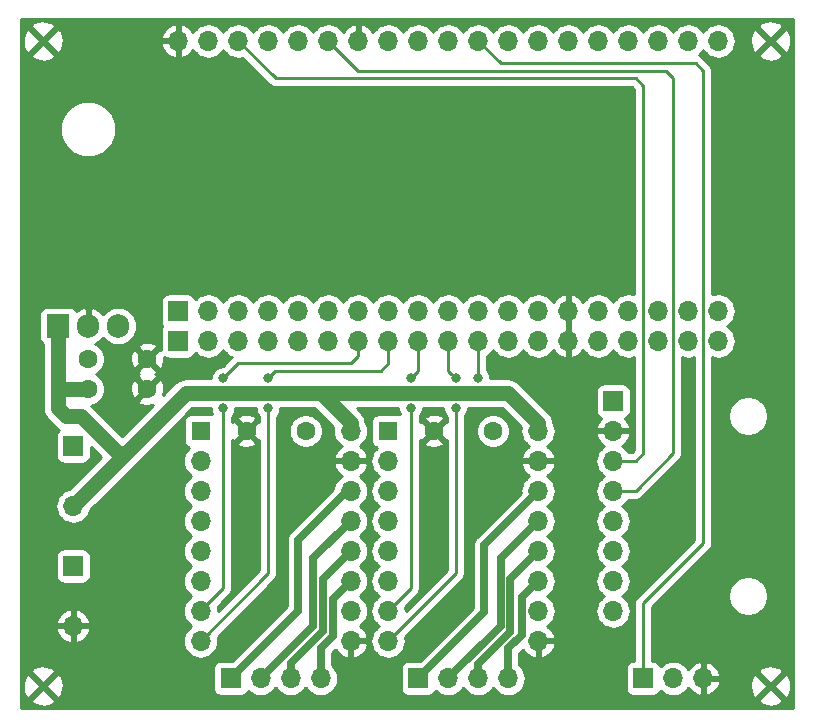
<source format=gbr>
G04 #@! TF.GenerationSoftware,KiCad,Pcbnew,(5.1.2-1)-1*
G04 #@! TF.CreationDate,2019-10-28T15:32:03-04:00*
G04 #@! TF.ProjectId,balancebot,62616c61-6e63-4656-926f-742e6b696361,rev?*
G04 #@! TF.SameCoordinates,Original*
G04 #@! TF.FileFunction,Copper,L2,Bot*
G04 #@! TF.FilePolarity,Positive*
%FSLAX46Y46*%
G04 Gerber Fmt 4.6, Leading zero omitted, Abs format (unit mm)*
G04 Created by KiCad (PCBNEW (5.1.2-1)-1) date 2019-10-28 15:32:03*
%MOMM*%
%LPD*%
G04 APERTURE LIST*
%ADD10O,1.700000X1.700000*%
%ADD11R,1.700000X1.700000*%
%ADD12R,1.600000X1.600000*%
%ADD13C,1.600000*%
%ADD14O,1.905000X2.000000*%
%ADD15R,1.905000X2.000000*%
%ADD16C,0.800000*%
%ADD17C,0.250000*%
%ADD18C,0.635000*%
%ADD19C,1.270000*%
%ADD20C,0.254000*%
G04 APERTURE END LIST*
D10*
X15240000Y-2540000D03*
X12700000Y-2540000D03*
X10160000Y-2540000D03*
X7620000Y-2540000D03*
X5080000Y-2540000D03*
X2540000Y-2540000D03*
X0Y-2540000D03*
X-2540000Y-2540000D03*
X-5080000Y-2540000D03*
X-7620000Y-2540000D03*
X-10160000Y-2540000D03*
X-12700000Y-2540000D03*
X-15240000Y-2540000D03*
X-17780000Y-2540000D03*
X-20320000Y-2540000D03*
X-22860000Y-2540000D03*
X-25400000Y-2540000D03*
X-27940000Y-2540000D03*
D11*
X-30480000Y-2540000D03*
D10*
X6350000Y-25400000D03*
X6350000Y-22860000D03*
X6350000Y-20320000D03*
X6350000Y-17780000D03*
X6350000Y-15240000D03*
X6350000Y-12700000D03*
X6350000Y-10160000D03*
D11*
X6350000Y-7620000D03*
D10*
X0Y-10160000D03*
X-12700000Y-27940000D03*
X0Y-12700000D03*
X-12700000Y-25400000D03*
X0Y-15240000D03*
X-12700000Y-22860000D03*
X0Y-17780000D03*
X-12700000Y-20320000D03*
X0Y-20320000D03*
X-12700000Y-17780000D03*
X0Y-22860000D03*
X-12700000Y-15240000D03*
X0Y-25400000D03*
X-12700000Y-12700000D03*
X0Y-27940000D03*
D12*
X-12700000Y-10160000D03*
D10*
X-39370000Y-16510000D03*
D11*
X-39370000Y-11430000D03*
D10*
X-39370000Y-26670000D03*
D11*
X-39370000Y-21590000D03*
D13*
X-8810000Y-10160000D03*
X-3810000Y-10160000D03*
X-24685000Y-10160000D03*
X-19685000Y-10160000D03*
D10*
X-15875000Y-10160000D03*
X-28575000Y-27940000D03*
X-15875000Y-12700000D03*
X-28575000Y-25400000D03*
X-15875000Y-15240000D03*
X-28575000Y-22860000D03*
X-15875000Y-17780000D03*
X-28575000Y-20320000D03*
X-15875000Y-20320000D03*
X-28575000Y-17780000D03*
X-15875000Y-22860000D03*
X-28575000Y-15240000D03*
X-15875000Y-25400000D03*
X-28575000Y-12700000D03*
X-15875000Y-27940000D03*
D12*
X-28575000Y-10160000D03*
D14*
X-35560000Y-1270000D03*
X-38100000Y-1270000D03*
D15*
X-40640000Y-1270000D03*
D10*
X15240000Y22860000D03*
X12700000Y22860000D03*
X10160000Y22860000D03*
X7620000Y22860000D03*
X5080000Y22860000D03*
X2540000Y22860000D03*
X0Y22860000D03*
X-2540000Y22860000D03*
X-5080000Y22860000D03*
X-7620000Y22860000D03*
X-10160000Y22860000D03*
X-12700000Y22860000D03*
X-15240000Y22860000D03*
X-17780000Y22860000D03*
X-20320000Y22860000D03*
X-22860000Y22860000D03*
X-25400000Y22860000D03*
X-27940000Y22860000D03*
X-30480000Y22860000D03*
X15240000Y0D03*
X12700000Y0D03*
X10160000Y0D03*
X7620000Y0D03*
X5080000Y0D03*
X2540000Y0D03*
X0Y0D03*
X-2540000Y0D03*
X-5080000Y0D03*
X-7620000Y0D03*
X-10160000Y0D03*
X-12700000Y0D03*
X-15240000Y0D03*
X-17780000Y0D03*
X-20320000Y0D03*
X-22860000Y0D03*
X-25400000Y0D03*
X-27940000Y0D03*
D11*
X-30480000Y0D03*
D10*
X-2540000Y-31115000D03*
X-5080000Y-31115000D03*
X-7620000Y-31115000D03*
D11*
X-10160000Y-31115000D03*
D10*
X-18415000Y-31115000D03*
X-20955000Y-31115000D03*
X-23495000Y-31115000D03*
D11*
X-26035000Y-31115000D03*
D10*
X13970000Y-31115000D03*
X11430000Y-31115000D03*
D11*
X8890000Y-31115000D03*
D13*
X-38100000Y-4064000D03*
X-33100000Y-4064000D03*
X-33100000Y-6604000D03*
X-38100000Y-6604000D03*
D16*
X-22860000Y-8255000D03*
X-26670000Y-8255000D03*
X-22860000Y-5715000D03*
X-26670000Y-5715000D03*
X-6985000Y-8254996D03*
X-10795000Y-8255000D03*
X-5080000Y-5715000D03*
X-6985000Y-5715000D03*
X-10795000Y-5715000D03*
D17*
X-28575000Y-27940000D02*
X-22860000Y-22225000D01*
D18*
X-16192500Y-15240000D02*
X-15875000Y-15240000D01*
X-26035000Y-31115000D02*
X-20320000Y-25400000D01*
X-20320000Y-19367500D02*
X-16192500Y-15240000D01*
X-20320000Y-25400000D02*
X-20320000Y-19367500D01*
X-19050000Y-26670000D02*
X-23495000Y-31115000D01*
X-19050000Y-20955000D02*
X-19050000Y-26670000D01*
X-15875000Y-17780000D02*
X-19050000Y-20955000D01*
D17*
X-27940000Y-24765000D02*
X-27305000Y-24130000D01*
X-28575000Y-25400000D02*
X-27940000Y-24765000D01*
X-26670000Y-8820685D02*
X-26670000Y-8255000D01*
X-26670000Y-23495000D02*
X-26670000Y-8820685D01*
X-27940000Y-24765000D02*
X-26670000Y-23495000D01*
D19*
X-34925000Y-12065000D02*
X-39370000Y-16510000D01*
X-15875000Y-9525000D02*
X-15875000Y-10160000D01*
X-18415000Y-6985000D02*
X-15875000Y-9525000D01*
X-19050000Y-6985000D02*
X-18415000Y-6985000D01*
X0Y-9525000D02*
X0Y-10160000D01*
X-2540000Y-6985000D02*
X0Y-9525000D01*
X-29845000Y-6985000D02*
X-2540000Y-6985000D01*
X-34925000Y-12065000D02*
X-29845000Y-6985000D01*
X-40640000Y-1270000D02*
X-40640000Y-6350000D01*
X-38100000Y-6604000D02*
X-40640000Y-6604000D01*
X-40640000Y-6604000D02*
X-40640000Y-6350000D01*
X-40640000Y-8255000D02*
X-40640000Y-6350000D01*
X-38735000Y-8890000D02*
X-40005000Y-8890000D01*
X-35560000Y-12065000D02*
X-38735000Y-8890000D01*
X-40005000Y-8890000D02*
X-40640000Y-8255000D01*
X-34925000Y-12065000D02*
X-35560000Y-12065000D01*
D17*
X-22860000Y-8255000D02*
X-22860000Y-22225000D01*
X-12700000Y-2540000D02*
X-12700000Y-4445000D01*
X-13335000Y-5080000D02*
X-22294315Y-5080000D01*
X-22860000Y-5645685D02*
X-22860000Y-5715000D01*
X-22294315Y-5080000D02*
X-22860000Y-5645685D01*
X-12700000Y-4445000D02*
X-13335000Y-5080000D01*
X-25400000Y-4445000D02*
X-26670000Y-5715000D01*
X-15240000Y-3810000D02*
X-15875000Y-4445000D01*
X-15240000Y-2540000D02*
X-15240000Y-3810000D01*
X-15875000Y-4445000D02*
X-25400000Y-4445000D01*
D18*
X-18214989Y-27104989D02*
X-20955000Y-29845000D01*
X-18214989Y-22659989D02*
X-18214989Y-27104989D01*
X-20955000Y-29845000D02*
X-20955000Y-31115000D01*
X-15875000Y-20320000D02*
X-18214989Y-22659989D01*
X-17379978Y-24364978D02*
X-15875000Y-22860000D01*
X-17379978Y-27539978D02*
X-17379978Y-24364978D01*
X-18415000Y-28575000D02*
X-17379978Y-27539978D01*
X-18415000Y-31115000D02*
X-18415000Y-28575000D01*
D17*
X-6985000Y-22225000D02*
X-6985000Y-8820681D01*
X-12700000Y-27940000D02*
X-6985000Y-22225000D01*
X-6985000Y-8820681D02*
X-6985000Y-8254996D01*
X-12700000Y-25400000D02*
X-10795000Y-23495000D01*
X-10795000Y-8255000D02*
X-10795000Y-23495000D01*
D18*
X0Y-15240000D02*
X0Y-15397037D01*
X-4572000Y-25527000D02*
X-10160000Y-31115000D01*
X-4572000Y-19812000D02*
X-4572000Y-25527000D01*
X0Y-15240000D02*
X-4572000Y-19812000D01*
X-3175000Y-26670000D02*
X-7620000Y-31115000D01*
X-3175000Y-20955000D02*
X-3175000Y-26670000D01*
X0Y-17780000D02*
X-3175000Y-20955000D01*
D17*
X-3175000Y20955000D02*
X-5080000Y22860000D01*
X13335000Y20955000D02*
X-3175000Y20955000D01*
X13970000Y20320000D02*
X13335000Y20955000D01*
X13970000Y-15875000D02*
X13970000Y20320000D01*
X8890000Y-24765000D02*
X13970000Y-19685000D01*
X13970000Y-19685000D02*
X13970000Y-15877822D01*
X8890000Y-31115000D02*
X8890000Y-24765000D01*
X6985000Y-15240000D02*
X6350000Y-15240000D01*
X11430000Y19685000D02*
X10795000Y20320000D01*
X11430000Y-12065000D02*
X11430000Y19685000D01*
X8255000Y-15240000D02*
X11430000Y-12065000D01*
X6350000Y-15240000D02*
X8255000Y-15240000D01*
X-15240000Y20320000D02*
X10795000Y20320000D01*
X-17780000Y22860000D02*
X-15240000Y20320000D01*
X8890000Y-12065000D02*
X8255000Y-12700000D01*
X8890000Y19050000D02*
X8890000Y-12065000D01*
X8255000Y-12700000D02*
X6350000Y-12700000D01*
X8255000Y19685000D02*
X8890000Y19050000D01*
X-22225000Y19685000D02*
X8255000Y19685000D01*
X-25400000Y22860000D02*
X-22225000Y19685000D01*
X-5080000Y-5715000D02*
X-5080000Y-5715000D01*
X-5080000Y-2413000D02*
X-5080000Y-5715000D01*
X-7620000Y-2540000D02*
X-7620000Y-5080000D01*
X-7620000Y-5080000D02*
X-7384999Y-5315001D01*
X-7384999Y-5315001D02*
X-6985000Y-5715000D01*
X-10795000Y-5715000D02*
X-10795000Y-5715000D01*
X-10160000Y-5080000D02*
X-10160000Y-2540000D01*
X-10795000Y-5715000D02*
X-10160000Y-5080000D01*
D18*
X-2339989Y-22659989D02*
X-2339989Y-27172908D01*
X-5080000Y-29912919D02*
X-5080000Y-31115000D01*
X-2339989Y-27172908D02*
X-5080000Y-29912919D01*
X0Y-20320000D02*
X-2339989Y-22659989D01*
X-2540000Y-28575000D02*
X-2540000Y-31115000D01*
X-1367501Y-24227501D02*
X-1367501Y-27402501D01*
X-1367501Y-27402501D02*
X-2540000Y-28575000D01*
X0Y-22860000D02*
X-1367501Y-24227501D01*
D20*
G36*
X21565000Y24097582D02*
G01*
X21565001Y24097572D01*
X21565000Y-33630000D01*
X-43790000Y-33630000D01*
X-43790000Y-32956712D01*
X-42937107Y-32956712D01*
X-42829274Y-33231338D01*
X-42522616Y-33382216D01*
X-42192415Y-33470369D01*
X-41851361Y-33492409D01*
X-41512561Y-33447489D01*
X-41189034Y-33337336D01*
X-40990726Y-33231338D01*
X-40882893Y-32956712D01*
X18657893Y-32956712D01*
X18765726Y-33231338D01*
X19072384Y-33382216D01*
X19402585Y-33470369D01*
X19743639Y-33492409D01*
X20082439Y-33447489D01*
X20405966Y-33337336D01*
X20604274Y-33231338D01*
X20712107Y-32956712D01*
X19685000Y-31929605D01*
X18657893Y-32956712D01*
X-40882893Y-32956712D01*
X-41910000Y-31929605D01*
X-42937107Y-32956712D01*
X-43790000Y-32956712D01*
X-43790000Y-31808639D01*
X-43652409Y-31808639D01*
X-43607489Y-32147439D01*
X-43497336Y-32470966D01*
X-43391338Y-32669274D01*
X-43116712Y-32777107D01*
X-42089605Y-31750000D01*
X-41730395Y-31750000D01*
X-40703288Y-32777107D01*
X-40428662Y-32669274D01*
X-40277784Y-32362616D01*
X-40189631Y-32032415D01*
X-40167591Y-31691361D01*
X-40212511Y-31352561D01*
X-40322664Y-31029034D01*
X-40428662Y-30830726D01*
X-40703288Y-30722893D01*
X-41730395Y-31750000D01*
X-42089605Y-31750000D01*
X-43116712Y-30722893D01*
X-43391338Y-30830726D01*
X-43542216Y-31137384D01*
X-43630369Y-31467585D01*
X-43652409Y-31808639D01*
X-43790000Y-31808639D01*
X-43790000Y-30543288D01*
X-42937107Y-30543288D01*
X-41910000Y-31570395D01*
X-40882893Y-30543288D01*
X-40990726Y-30268662D01*
X-40998168Y-30265000D01*
X-27523072Y-30265000D01*
X-27523072Y-31965000D01*
X-27510812Y-32089482D01*
X-27474502Y-32209180D01*
X-27415537Y-32319494D01*
X-27336185Y-32416185D01*
X-27239494Y-32495537D01*
X-27129180Y-32554502D01*
X-27009482Y-32590812D01*
X-26885000Y-32603072D01*
X-25185000Y-32603072D01*
X-25060518Y-32590812D01*
X-24940820Y-32554502D01*
X-24830506Y-32495537D01*
X-24733815Y-32416185D01*
X-24654463Y-32319494D01*
X-24595498Y-32209180D01*
X-24574607Y-32140313D01*
X-24550134Y-32170134D01*
X-24324014Y-32355706D01*
X-24066034Y-32493599D01*
X-23786111Y-32578513D01*
X-23567950Y-32600000D01*
X-23422050Y-32600000D01*
X-23203889Y-32578513D01*
X-22923966Y-32493599D01*
X-22665986Y-32355706D01*
X-22439866Y-32170134D01*
X-22254294Y-31944014D01*
X-22225000Y-31889209D01*
X-22195706Y-31944014D01*
X-22010134Y-32170134D01*
X-21784014Y-32355706D01*
X-21526034Y-32493599D01*
X-21246111Y-32578513D01*
X-21027950Y-32600000D01*
X-20882050Y-32600000D01*
X-20663889Y-32578513D01*
X-20383966Y-32493599D01*
X-20125986Y-32355706D01*
X-19899866Y-32170134D01*
X-19714294Y-31944014D01*
X-19685000Y-31889209D01*
X-19655706Y-31944014D01*
X-19470134Y-32170134D01*
X-19244014Y-32355706D01*
X-18986034Y-32493599D01*
X-18706111Y-32578513D01*
X-18487950Y-32600000D01*
X-18342050Y-32600000D01*
X-18123889Y-32578513D01*
X-17843966Y-32493599D01*
X-17585986Y-32355706D01*
X-17359866Y-32170134D01*
X-17174294Y-31944014D01*
X-17036401Y-31686034D01*
X-16951487Y-31406111D01*
X-16922815Y-31115000D01*
X-16951487Y-30823889D01*
X-17036401Y-30543966D01*
X-17174294Y-30285986D01*
X-17191516Y-30265000D01*
X-11648072Y-30265000D01*
X-11648072Y-31965000D01*
X-11635812Y-32089482D01*
X-11599502Y-32209180D01*
X-11540537Y-32319494D01*
X-11461185Y-32416185D01*
X-11364494Y-32495537D01*
X-11254180Y-32554502D01*
X-11134482Y-32590812D01*
X-11010000Y-32603072D01*
X-9310000Y-32603072D01*
X-9185518Y-32590812D01*
X-9065820Y-32554502D01*
X-8955506Y-32495537D01*
X-8858815Y-32416185D01*
X-8779463Y-32319494D01*
X-8720498Y-32209180D01*
X-8699607Y-32140313D01*
X-8675134Y-32170134D01*
X-8449014Y-32355706D01*
X-8191034Y-32493599D01*
X-7911111Y-32578513D01*
X-7692950Y-32600000D01*
X-7547050Y-32600000D01*
X-7328889Y-32578513D01*
X-7048966Y-32493599D01*
X-6790986Y-32355706D01*
X-6564866Y-32170134D01*
X-6379294Y-31944014D01*
X-6350000Y-31889209D01*
X-6320706Y-31944014D01*
X-6135134Y-32170134D01*
X-5909014Y-32355706D01*
X-5651034Y-32493599D01*
X-5371111Y-32578513D01*
X-5152950Y-32600000D01*
X-5007050Y-32600000D01*
X-4788889Y-32578513D01*
X-4508966Y-32493599D01*
X-4250986Y-32355706D01*
X-4024866Y-32170134D01*
X-3839294Y-31944014D01*
X-3810000Y-31889209D01*
X-3780706Y-31944014D01*
X-3595134Y-32170134D01*
X-3369014Y-32355706D01*
X-3111034Y-32493599D01*
X-2831111Y-32578513D01*
X-2612950Y-32600000D01*
X-2467050Y-32600000D01*
X-2248889Y-32578513D01*
X-1968966Y-32493599D01*
X-1710986Y-32355706D01*
X-1484866Y-32170134D01*
X-1299294Y-31944014D01*
X-1161401Y-31686034D01*
X-1076487Y-31406111D01*
X-1047815Y-31115000D01*
X-1076487Y-30823889D01*
X-1161401Y-30543966D01*
X-1299294Y-30285986D01*
X-1484866Y-30059866D01*
X-1587500Y-29975636D01*
X-1587500Y-28969538D01*
X-1288818Y-28670857D01*
X-1271641Y-28706920D01*
X-1097588Y-28940269D01*
X-881355Y-29135178D01*
X-631252Y-29284157D01*
X-356891Y-29381481D01*
X-127000Y-29260814D01*
X-127000Y-28067000D01*
X127000Y-28067000D01*
X127000Y-29260814D01*
X356891Y-29381481D01*
X631252Y-29284157D01*
X881355Y-29135178D01*
X1097588Y-28940269D01*
X1271641Y-28706920D01*
X1396825Y-28444099D01*
X1441476Y-28296890D01*
X1320155Y-28067000D01*
X127000Y-28067000D01*
X-127000Y-28067000D01*
X-147000Y-28067000D01*
X-147000Y-27813000D01*
X-127000Y-27813000D01*
X-127000Y-27793000D01*
X127000Y-27793000D01*
X127000Y-27813000D01*
X1320155Y-27813000D01*
X1441476Y-27583110D01*
X1396825Y-27435901D01*
X1271641Y-27173080D01*
X1097588Y-26939731D01*
X881355Y-26744822D01*
X764477Y-26675201D01*
X829014Y-26640706D01*
X1055134Y-26455134D01*
X1240706Y-26229014D01*
X1378599Y-25971034D01*
X1463513Y-25691111D01*
X1492185Y-25400000D01*
X1463513Y-25108889D01*
X1378599Y-24828966D01*
X1240706Y-24570986D01*
X1055134Y-24344866D01*
X829014Y-24159294D01*
X774209Y-24130000D01*
X829014Y-24100706D01*
X1055134Y-23915134D01*
X1240706Y-23689014D01*
X1378599Y-23431034D01*
X1463513Y-23151111D01*
X1492185Y-22860000D01*
X1463513Y-22568889D01*
X1378599Y-22288966D01*
X1240706Y-22030986D01*
X1055134Y-21804866D01*
X829014Y-21619294D01*
X774209Y-21590000D01*
X829014Y-21560706D01*
X1055134Y-21375134D01*
X1240706Y-21149014D01*
X1378599Y-20891034D01*
X1463513Y-20611111D01*
X1492185Y-20320000D01*
X1463513Y-20028889D01*
X1378599Y-19748966D01*
X1240706Y-19490986D01*
X1055134Y-19264866D01*
X829014Y-19079294D01*
X774209Y-19050000D01*
X829014Y-19020706D01*
X1055134Y-18835134D01*
X1240706Y-18609014D01*
X1378599Y-18351034D01*
X1463513Y-18071111D01*
X1492185Y-17780000D01*
X1463513Y-17488889D01*
X1378599Y-17208966D01*
X1240706Y-16950986D01*
X1055134Y-16724866D01*
X829014Y-16539294D01*
X774209Y-16510000D01*
X829014Y-16480706D01*
X1055134Y-16295134D01*
X1240706Y-16069014D01*
X1378599Y-15811034D01*
X1463513Y-15531111D01*
X1492185Y-15240000D01*
X1463513Y-14948889D01*
X1378599Y-14668966D01*
X1240706Y-14410986D01*
X1055134Y-14184866D01*
X829014Y-13999294D01*
X764477Y-13964799D01*
X881355Y-13895178D01*
X1097588Y-13700269D01*
X1271641Y-13466920D01*
X1396825Y-13204099D01*
X1441476Y-13056890D01*
X1320155Y-12827000D01*
X127000Y-12827000D01*
X127000Y-12847000D01*
X-127000Y-12847000D01*
X-127000Y-12827000D01*
X-1320155Y-12827000D01*
X-1441476Y-13056890D01*
X-1396825Y-13204099D01*
X-1271641Y-13466920D01*
X-1097588Y-13700269D01*
X-881355Y-13895178D01*
X-764477Y-13964799D01*
X-829014Y-13999294D01*
X-1055134Y-14184866D01*
X-1240706Y-14410986D01*
X-1378599Y-14668966D01*
X-1463513Y-14948889D01*
X-1492185Y-15240000D01*
X-1479171Y-15372133D01*
X-5212431Y-19105393D01*
X-5248778Y-19135222D01*
X-5367806Y-19280259D01*
X-5456252Y-19445732D01*
X-5510717Y-19625277D01*
X-5510717Y-19625278D01*
X-5529108Y-19812000D01*
X-5524500Y-19858785D01*
X-5524499Y-25132461D01*
X-10018966Y-29626928D01*
X-11010000Y-29626928D01*
X-11134482Y-29639188D01*
X-11254180Y-29675498D01*
X-11364494Y-29734463D01*
X-11461185Y-29813815D01*
X-11540537Y-29910506D01*
X-11599502Y-30020820D01*
X-11635812Y-30140518D01*
X-11648072Y-30265000D01*
X-17191516Y-30265000D01*
X-17359866Y-30059866D01*
X-17462500Y-29975636D01*
X-17462500Y-28969538D01*
X-17163818Y-28670857D01*
X-17146641Y-28706920D01*
X-16972588Y-28940269D01*
X-16756355Y-29135178D01*
X-16506252Y-29284157D01*
X-16231891Y-29381481D01*
X-16002000Y-29260814D01*
X-16002000Y-28067000D01*
X-15748000Y-28067000D01*
X-15748000Y-29260814D01*
X-15518109Y-29381481D01*
X-15243748Y-29284157D01*
X-14993645Y-29135178D01*
X-14777412Y-28940269D01*
X-14603359Y-28706920D01*
X-14478175Y-28444099D01*
X-14433524Y-28296890D01*
X-14554845Y-28067000D01*
X-15748000Y-28067000D01*
X-16002000Y-28067000D01*
X-16022000Y-28067000D01*
X-16022000Y-27813000D01*
X-16002000Y-27813000D01*
X-16002000Y-27793000D01*
X-15748000Y-27793000D01*
X-15748000Y-27813000D01*
X-14554845Y-27813000D01*
X-14433524Y-27583110D01*
X-14478175Y-27435901D01*
X-14603359Y-27173080D01*
X-14777412Y-26939731D01*
X-14993645Y-26744822D01*
X-15110523Y-26675201D01*
X-15045986Y-26640706D01*
X-14819866Y-26455134D01*
X-14634294Y-26229014D01*
X-14496401Y-25971034D01*
X-14411487Y-25691111D01*
X-14382815Y-25400000D01*
X-14411487Y-25108889D01*
X-14496401Y-24828966D01*
X-14634294Y-24570986D01*
X-14819866Y-24344866D01*
X-15045986Y-24159294D01*
X-15100791Y-24130000D01*
X-15045986Y-24100706D01*
X-14819866Y-23915134D01*
X-14634294Y-23689014D01*
X-14496401Y-23431034D01*
X-14411487Y-23151111D01*
X-14382815Y-22860000D01*
X-14411487Y-22568889D01*
X-14496401Y-22288966D01*
X-14634294Y-22030986D01*
X-14819866Y-21804866D01*
X-15045986Y-21619294D01*
X-15100791Y-21590000D01*
X-15045986Y-21560706D01*
X-14819866Y-21375134D01*
X-14634294Y-21149014D01*
X-14496401Y-20891034D01*
X-14411487Y-20611111D01*
X-14382815Y-20320000D01*
X-14411487Y-20028889D01*
X-14496401Y-19748966D01*
X-14634294Y-19490986D01*
X-14819866Y-19264866D01*
X-15045986Y-19079294D01*
X-15100791Y-19050000D01*
X-15045986Y-19020706D01*
X-14819866Y-18835134D01*
X-14634294Y-18609014D01*
X-14496401Y-18351034D01*
X-14411487Y-18071111D01*
X-14382815Y-17780000D01*
X-14411487Y-17488889D01*
X-14496401Y-17208966D01*
X-14634294Y-16950986D01*
X-14819866Y-16724866D01*
X-15045986Y-16539294D01*
X-15100791Y-16510000D01*
X-15045986Y-16480706D01*
X-14819866Y-16295134D01*
X-14634294Y-16069014D01*
X-14496401Y-15811034D01*
X-14411487Y-15531111D01*
X-14382815Y-15240000D01*
X-14411487Y-14948889D01*
X-14496401Y-14668966D01*
X-14634294Y-14410986D01*
X-14819866Y-14184866D01*
X-15045986Y-13999294D01*
X-15110523Y-13964799D01*
X-14993645Y-13895178D01*
X-14777412Y-13700269D01*
X-14603359Y-13466920D01*
X-14478175Y-13204099D01*
X-14433524Y-13056890D01*
X-14554845Y-12827000D01*
X-15748000Y-12827000D01*
X-15748000Y-12847000D01*
X-16002000Y-12847000D01*
X-16002000Y-12827000D01*
X-17195155Y-12827000D01*
X-17316476Y-13056890D01*
X-17271825Y-13204099D01*
X-17146641Y-13466920D01*
X-16972588Y-13700269D01*
X-16756355Y-13895178D01*
X-16639477Y-13964799D01*
X-16704014Y-13999294D01*
X-16930134Y-14184866D01*
X-17115706Y-14410986D01*
X-17253599Y-14668966D01*
X-17338513Y-14948889D01*
X-17348355Y-15048817D01*
X-20960435Y-18660897D01*
X-20996777Y-18690722D01*
X-21026601Y-18727063D01*
X-21115806Y-18835760D01*
X-21204251Y-19001231D01*
X-21258717Y-19180778D01*
X-21277108Y-19367500D01*
X-21272499Y-19414295D01*
X-21272500Y-25005462D01*
X-25893966Y-29626928D01*
X-26885000Y-29626928D01*
X-27009482Y-29639188D01*
X-27129180Y-29675498D01*
X-27239494Y-29734463D01*
X-27336185Y-29813815D01*
X-27415537Y-29910506D01*
X-27474502Y-30020820D01*
X-27510812Y-30140518D01*
X-27523072Y-30265000D01*
X-40998168Y-30265000D01*
X-41297384Y-30117784D01*
X-41627585Y-30029631D01*
X-41968639Y-30007591D01*
X-42307439Y-30052511D01*
X-42630966Y-30162664D01*
X-42829274Y-30268662D01*
X-42937107Y-30543288D01*
X-43790000Y-30543288D01*
X-43790000Y-27026891D01*
X-40811481Y-27026891D01*
X-40714157Y-27301252D01*
X-40565178Y-27551355D01*
X-40370269Y-27767588D01*
X-40136920Y-27941641D01*
X-39874099Y-28066825D01*
X-39726890Y-28111476D01*
X-39497000Y-27990155D01*
X-39497000Y-26797000D01*
X-39243000Y-26797000D01*
X-39243000Y-27990155D01*
X-39013110Y-28111476D01*
X-38865901Y-28066825D01*
X-38603080Y-27941641D01*
X-38369731Y-27767588D01*
X-38174822Y-27551355D01*
X-38025843Y-27301252D01*
X-37928519Y-27026891D01*
X-38049186Y-26797000D01*
X-39243000Y-26797000D01*
X-39497000Y-26797000D01*
X-40690814Y-26797000D01*
X-40811481Y-27026891D01*
X-43790000Y-27026891D01*
X-43790000Y-26313109D01*
X-40811481Y-26313109D01*
X-40690814Y-26543000D01*
X-39497000Y-26543000D01*
X-39497000Y-25349845D01*
X-39243000Y-25349845D01*
X-39243000Y-26543000D01*
X-38049186Y-26543000D01*
X-37928519Y-26313109D01*
X-38025843Y-26038748D01*
X-38174822Y-25788645D01*
X-38369731Y-25572412D01*
X-38603080Y-25398359D01*
X-38865901Y-25273175D01*
X-39013110Y-25228524D01*
X-39243000Y-25349845D01*
X-39497000Y-25349845D01*
X-39726890Y-25228524D01*
X-39874099Y-25273175D01*
X-40136920Y-25398359D01*
X-40370269Y-25572412D01*
X-40565178Y-25788645D01*
X-40714157Y-26038748D01*
X-40811481Y-26313109D01*
X-43790000Y-26313109D01*
X-43790000Y-20740000D01*
X-40858072Y-20740000D01*
X-40858072Y-22440000D01*
X-40845812Y-22564482D01*
X-40809502Y-22684180D01*
X-40750537Y-22794494D01*
X-40671185Y-22891185D01*
X-40574494Y-22970537D01*
X-40464180Y-23029502D01*
X-40344482Y-23065812D01*
X-40220000Y-23078072D01*
X-38520000Y-23078072D01*
X-38395518Y-23065812D01*
X-38275820Y-23029502D01*
X-38165506Y-22970537D01*
X-38068815Y-22891185D01*
X-37989463Y-22794494D01*
X-37930498Y-22684180D01*
X-37894188Y-22564482D01*
X-37881928Y-22440000D01*
X-37881928Y-20740000D01*
X-37894188Y-20615518D01*
X-37930498Y-20495820D01*
X-37989463Y-20385506D01*
X-38068815Y-20288815D01*
X-38165506Y-20209463D01*
X-38275820Y-20150498D01*
X-38395518Y-20114188D01*
X-38520000Y-20101928D01*
X-40220000Y-20101928D01*
X-40344482Y-20114188D01*
X-40464180Y-20150498D01*
X-40574494Y-20209463D01*
X-40671185Y-20288815D01*
X-40750537Y-20385506D01*
X-40809502Y-20495820D01*
X-40845812Y-20615518D01*
X-40858072Y-20740000D01*
X-43790000Y-20740000D01*
X-43790000Y-270000D01*
X-42230572Y-270000D01*
X-42230572Y-2270000D01*
X-42218312Y-2394482D01*
X-42182002Y-2514180D01*
X-42123037Y-2624494D01*
X-42043685Y-2721185D01*
X-41946994Y-2800537D01*
X-41910000Y-2820311D01*
X-41909999Y-6287610D01*
X-41910000Y-6287620D01*
X-41910000Y-6541620D01*
X-41916144Y-6604000D01*
X-41909999Y-6666389D01*
X-41910000Y-8192627D01*
X-41916143Y-8255000D01*
X-41910000Y-8317373D01*
X-41910000Y-8317379D01*
X-41902216Y-8396409D01*
X-41891623Y-8503963D01*
X-41884198Y-8528438D01*
X-41819003Y-8743358D01*
X-41701075Y-8963987D01*
X-41542370Y-9157370D01*
X-41493909Y-9197141D01*
X-40947137Y-9743914D01*
X-40907370Y-9792370D01*
X-40713988Y-9951075D01*
X-40552205Y-10037549D01*
X-40574494Y-10049463D01*
X-40671185Y-10128815D01*
X-40750537Y-10225506D01*
X-40809502Y-10335820D01*
X-40845812Y-10455518D01*
X-40858072Y-10580000D01*
X-40858072Y-12280000D01*
X-40845812Y-12404482D01*
X-40809502Y-12524180D01*
X-40750537Y-12634494D01*
X-40671185Y-12731185D01*
X-40574494Y-12810537D01*
X-40464180Y-12869502D01*
X-40344482Y-12905812D01*
X-40220000Y-12918072D01*
X-38520000Y-12918072D01*
X-38395518Y-12905812D01*
X-38275820Y-12869502D01*
X-38165506Y-12810537D01*
X-38068815Y-12731185D01*
X-37989463Y-12634494D01*
X-37930498Y-12524180D01*
X-37894188Y-12404482D01*
X-37881928Y-12280000D01*
X-37881928Y-11539123D01*
X-37038551Y-12382500D01*
X-39720576Y-15064525D01*
X-39941034Y-15131401D01*
X-40199014Y-15269294D01*
X-40425134Y-15454866D01*
X-40610706Y-15680986D01*
X-40748599Y-15938966D01*
X-40833513Y-16218889D01*
X-40862185Y-16510000D01*
X-40833513Y-16801111D01*
X-40748599Y-17081034D01*
X-40610706Y-17339014D01*
X-40425134Y-17565134D01*
X-40199014Y-17750706D01*
X-39941034Y-17888599D01*
X-39661111Y-17973513D01*
X-39442950Y-17995000D01*
X-39297050Y-17995000D01*
X-39078889Y-17973513D01*
X-38798966Y-17888599D01*
X-38540986Y-17750706D01*
X-38314866Y-17565134D01*
X-38129294Y-17339014D01*
X-37991401Y-17081034D01*
X-37924525Y-16860576D01*
X-34071086Y-13007137D01*
X-34022630Y-12967370D01*
X-33982859Y-12918909D01*
X-29318948Y-8255000D01*
X-27705000Y-8255000D01*
X-27705000Y-8356939D01*
X-27665226Y-8556898D01*
X-27587205Y-8745256D01*
X-27580385Y-8755463D01*
X-27650518Y-8734188D01*
X-27775000Y-8721928D01*
X-29375000Y-8721928D01*
X-29499482Y-8734188D01*
X-29619180Y-8770498D01*
X-29729494Y-8829463D01*
X-29826185Y-8908815D01*
X-29905537Y-9005506D01*
X-29964502Y-9115820D01*
X-30000812Y-9235518D01*
X-30013072Y-9360000D01*
X-30013072Y-10960000D01*
X-30000812Y-11084482D01*
X-29964502Y-11204180D01*
X-29905537Y-11314494D01*
X-29826185Y-11411185D01*
X-29729494Y-11490537D01*
X-29619180Y-11549502D01*
X-29542336Y-11572812D01*
X-29630134Y-11644866D01*
X-29815706Y-11870986D01*
X-29953599Y-12128966D01*
X-30038513Y-12408889D01*
X-30067185Y-12700000D01*
X-30038513Y-12991111D01*
X-29953599Y-13271034D01*
X-29815706Y-13529014D01*
X-29630134Y-13755134D01*
X-29404014Y-13940706D01*
X-29349209Y-13970000D01*
X-29404014Y-13999294D01*
X-29630134Y-14184866D01*
X-29815706Y-14410986D01*
X-29953599Y-14668966D01*
X-30038513Y-14948889D01*
X-30067185Y-15240000D01*
X-30038513Y-15531111D01*
X-29953599Y-15811034D01*
X-29815706Y-16069014D01*
X-29630134Y-16295134D01*
X-29404014Y-16480706D01*
X-29349209Y-16510000D01*
X-29404014Y-16539294D01*
X-29630134Y-16724866D01*
X-29815706Y-16950986D01*
X-29953599Y-17208966D01*
X-30038513Y-17488889D01*
X-30067185Y-17780000D01*
X-30038513Y-18071111D01*
X-29953599Y-18351034D01*
X-29815706Y-18609014D01*
X-29630134Y-18835134D01*
X-29404014Y-19020706D01*
X-29349209Y-19050000D01*
X-29404014Y-19079294D01*
X-29630134Y-19264866D01*
X-29815706Y-19490986D01*
X-29953599Y-19748966D01*
X-30038513Y-20028889D01*
X-30067185Y-20320000D01*
X-30038513Y-20611111D01*
X-29953599Y-20891034D01*
X-29815706Y-21149014D01*
X-29630134Y-21375134D01*
X-29404014Y-21560706D01*
X-29349209Y-21590000D01*
X-29404014Y-21619294D01*
X-29630134Y-21804866D01*
X-29815706Y-22030986D01*
X-29953599Y-22288966D01*
X-30038513Y-22568889D01*
X-30067185Y-22860000D01*
X-30038513Y-23151111D01*
X-29953599Y-23431034D01*
X-29815706Y-23689014D01*
X-29630134Y-23915134D01*
X-29404014Y-24100706D01*
X-29349209Y-24130000D01*
X-29404014Y-24159294D01*
X-29630134Y-24344866D01*
X-29815706Y-24570986D01*
X-29953599Y-24828966D01*
X-30038513Y-25108889D01*
X-30067185Y-25400000D01*
X-30038513Y-25691111D01*
X-29953599Y-25971034D01*
X-29815706Y-26229014D01*
X-29630134Y-26455134D01*
X-29404014Y-26640706D01*
X-29349209Y-26670000D01*
X-29404014Y-26699294D01*
X-29630134Y-26884866D01*
X-29815706Y-27110986D01*
X-29953599Y-27368966D01*
X-30038513Y-27648889D01*
X-30067185Y-27940000D01*
X-30038513Y-28231111D01*
X-29953599Y-28511034D01*
X-29815706Y-28769014D01*
X-29630134Y-28995134D01*
X-29404014Y-29180706D01*
X-29146034Y-29318599D01*
X-28866111Y-29403513D01*
X-28647950Y-29425000D01*
X-28502050Y-29425000D01*
X-28283889Y-29403513D01*
X-28003966Y-29318599D01*
X-27745986Y-29180706D01*
X-27519866Y-28995134D01*
X-27334294Y-28769014D01*
X-27196401Y-28511034D01*
X-27111487Y-28231111D01*
X-27082815Y-27940000D01*
X-27111487Y-27648889D01*
X-27134203Y-27574004D01*
X-22348997Y-22788799D01*
X-22319999Y-22765001D01*
X-22225026Y-22649276D01*
X-22154454Y-22517247D01*
X-22110997Y-22373986D01*
X-22100000Y-22262333D01*
X-22100000Y-22262332D01*
X-22096323Y-22225000D01*
X-22100000Y-22187667D01*
X-22100000Y-10018665D01*
X-21120000Y-10018665D01*
X-21120000Y-10301335D01*
X-21064853Y-10578574D01*
X-20956680Y-10839727D01*
X-20799637Y-11074759D01*
X-20599759Y-11274637D01*
X-20364727Y-11431680D01*
X-20103574Y-11539853D01*
X-19826335Y-11595000D01*
X-19543665Y-11595000D01*
X-19266426Y-11539853D01*
X-19005273Y-11431680D01*
X-18770241Y-11274637D01*
X-18570363Y-11074759D01*
X-18413320Y-10839727D01*
X-18305147Y-10578574D01*
X-18250000Y-10301335D01*
X-18250000Y-10018665D01*
X-18305147Y-9741426D01*
X-18413320Y-9480273D01*
X-18570363Y-9245241D01*
X-18770241Y-9045363D01*
X-19005273Y-8888320D01*
X-19266426Y-8780147D01*
X-19543665Y-8725000D01*
X-19826335Y-8725000D01*
X-20103574Y-8780147D01*
X-20364727Y-8888320D01*
X-20599759Y-9045363D01*
X-20799637Y-9245241D01*
X-20956680Y-9480273D01*
X-21064853Y-9741426D01*
X-21120000Y-10018665D01*
X-22100000Y-10018665D01*
X-22100000Y-8958711D01*
X-22056063Y-8914774D01*
X-21942795Y-8745256D01*
X-21864774Y-8556898D01*
X-21825000Y-8356939D01*
X-21825000Y-8255000D01*
X-18941050Y-8255000D01*
X-17335871Y-9860180D01*
X-17338513Y-9868889D01*
X-17367185Y-10160000D01*
X-17338513Y-10451111D01*
X-17253599Y-10731034D01*
X-17115706Y-10989014D01*
X-16930134Y-11215134D01*
X-16704014Y-11400706D01*
X-16639477Y-11435201D01*
X-16756355Y-11504822D01*
X-16972588Y-11699731D01*
X-17146641Y-11933080D01*
X-17271825Y-12195901D01*
X-17316476Y-12343110D01*
X-17195155Y-12573000D01*
X-16002000Y-12573000D01*
X-16002000Y-12553000D01*
X-15748000Y-12553000D01*
X-15748000Y-12573000D01*
X-14554845Y-12573000D01*
X-14433524Y-12343110D01*
X-14478175Y-12195901D01*
X-14603359Y-11933080D01*
X-14777412Y-11699731D01*
X-14993645Y-11504822D01*
X-15110523Y-11435201D01*
X-15045986Y-11400706D01*
X-14819866Y-11215134D01*
X-14634294Y-10989014D01*
X-14496401Y-10731034D01*
X-14411487Y-10451111D01*
X-14382815Y-10160000D01*
X-14411487Y-9868889D01*
X-14496401Y-9588966D01*
X-14614276Y-9368436D01*
X-14623377Y-9276037D01*
X-14631206Y-9250226D01*
X-14664958Y-9138963D01*
X-14695997Y-9036641D01*
X-14813925Y-8816012D01*
X-14972630Y-8622630D01*
X-15021085Y-8582864D01*
X-15348949Y-8255000D01*
X-11830000Y-8255000D01*
X-11830000Y-8356939D01*
X-11790226Y-8556898D01*
X-11712205Y-8745256D01*
X-11705385Y-8755463D01*
X-11775518Y-8734188D01*
X-11900000Y-8721928D01*
X-13500000Y-8721928D01*
X-13624482Y-8734188D01*
X-13744180Y-8770498D01*
X-13854494Y-8829463D01*
X-13951185Y-8908815D01*
X-14030537Y-9005506D01*
X-14089502Y-9115820D01*
X-14125812Y-9235518D01*
X-14138072Y-9360000D01*
X-14138072Y-10960000D01*
X-14125812Y-11084482D01*
X-14089502Y-11204180D01*
X-14030537Y-11314494D01*
X-13951185Y-11411185D01*
X-13854494Y-11490537D01*
X-13744180Y-11549502D01*
X-13667336Y-11572812D01*
X-13755134Y-11644866D01*
X-13940706Y-11870986D01*
X-14078599Y-12128966D01*
X-14163513Y-12408889D01*
X-14192185Y-12700000D01*
X-14163513Y-12991111D01*
X-14078599Y-13271034D01*
X-13940706Y-13529014D01*
X-13755134Y-13755134D01*
X-13529014Y-13940706D01*
X-13474209Y-13970000D01*
X-13529014Y-13999294D01*
X-13755134Y-14184866D01*
X-13940706Y-14410986D01*
X-14078599Y-14668966D01*
X-14163513Y-14948889D01*
X-14192185Y-15240000D01*
X-14163513Y-15531111D01*
X-14078599Y-15811034D01*
X-13940706Y-16069014D01*
X-13755134Y-16295134D01*
X-13529014Y-16480706D01*
X-13474209Y-16510000D01*
X-13529014Y-16539294D01*
X-13755134Y-16724866D01*
X-13940706Y-16950986D01*
X-14078599Y-17208966D01*
X-14163513Y-17488889D01*
X-14192185Y-17780000D01*
X-14163513Y-18071111D01*
X-14078599Y-18351034D01*
X-13940706Y-18609014D01*
X-13755134Y-18835134D01*
X-13529014Y-19020706D01*
X-13474209Y-19050000D01*
X-13529014Y-19079294D01*
X-13755134Y-19264866D01*
X-13940706Y-19490986D01*
X-14078599Y-19748966D01*
X-14163513Y-20028889D01*
X-14192185Y-20320000D01*
X-14163513Y-20611111D01*
X-14078599Y-20891034D01*
X-13940706Y-21149014D01*
X-13755134Y-21375134D01*
X-13529014Y-21560706D01*
X-13474209Y-21590000D01*
X-13529014Y-21619294D01*
X-13755134Y-21804866D01*
X-13940706Y-22030986D01*
X-14078599Y-22288966D01*
X-14163513Y-22568889D01*
X-14192185Y-22860000D01*
X-14163513Y-23151111D01*
X-14078599Y-23431034D01*
X-13940706Y-23689014D01*
X-13755134Y-23915134D01*
X-13529014Y-24100706D01*
X-13474209Y-24130000D01*
X-13529014Y-24159294D01*
X-13755134Y-24344866D01*
X-13940706Y-24570986D01*
X-14078599Y-24828966D01*
X-14163513Y-25108889D01*
X-14192185Y-25400000D01*
X-14163513Y-25691111D01*
X-14078599Y-25971034D01*
X-13940706Y-26229014D01*
X-13755134Y-26455134D01*
X-13529014Y-26640706D01*
X-13474209Y-26670000D01*
X-13529014Y-26699294D01*
X-13755134Y-26884866D01*
X-13940706Y-27110986D01*
X-14078599Y-27368966D01*
X-14163513Y-27648889D01*
X-14192185Y-27940000D01*
X-14163513Y-28231111D01*
X-14078599Y-28511034D01*
X-13940706Y-28769014D01*
X-13755134Y-28995134D01*
X-13529014Y-29180706D01*
X-13271034Y-29318599D01*
X-12991111Y-29403513D01*
X-12772950Y-29425000D01*
X-12627050Y-29425000D01*
X-12408889Y-29403513D01*
X-12128966Y-29318599D01*
X-11870986Y-29180706D01*
X-11644866Y-28995134D01*
X-11459294Y-28769014D01*
X-11321401Y-28511034D01*
X-11236487Y-28231111D01*
X-11207815Y-27940000D01*
X-11236487Y-27648889D01*
X-11259203Y-27574004D01*
X-6473996Y-22788798D01*
X-6444999Y-22765001D01*
X-6350026Y-22649276D01*
X-6279454Y-22517247D01*
X-6235997Y-22373986D01*
X-6225000Y-22262333D01*
X-6225000Y-22262332D01*
X-6221323Y-22225000D01*
X-6225000Y-22187667D01*
X-6225000Y-10018665D01*
X-5245000Y-10018665D01*
X-5245000Y-10301335D01*
X-5189853Y-10578574D01*
X-5081680Y-10839727D01*
X-4924637Y-11074759D01*
X-4724759Y-11274637D01*
X-4489727Y-11431680D01*
X-4228574Y-11539853D01*
X-3951335Y-11595000D01*
X-3668665Y-11595000D01*
X-3391426Y-11539853D01*
X-3130273Y-11431680D01*
X-2895241Y-11274637D01*
X-2695363Y-11074759D01*
X-2538320Y-10839727D01*
X-2430147Y-10578574D01*
X-2375000Y-10301335D01*
X-2375000Y-10018665D01*
X-2430147Y-9741426D01*
X-2538320Y-9480273D01*
X-2695363Y-9245241D01*
X-2895241Y-9045363D01*
X-3130273Y-8888320D01*
X-3391426Y-8780147D01*
X-3668665Y-8725000D01*
X-3951335Y-8725000D01*
X-4228574Y-8780147D01*
X-4489727Y-8888320D01*
X-4724759Y-9045363D01*
X-4924637Y-9245241D01*
X-5081680Y-9480273D01*
X-5189853Y-9741426D01*
X-5245000Y-10018665D01*
X-6225000Y-10018665D01*
X-6225000Y-8958707D01*
X-6181063Y-8914770D01*
X-6067795Y-8745252D01*
X-5989774Y-8556894D01*
X-5950000Y-8356935D01*
X-5950000Y-8255000D01*
X-3066050Y-8255000D01*
X-1460871Y-9860180D01*
X-1463513Y-9868889D01*
X-1492185Y-10160000D01*
X-1463513Y-10451111D01*
X-1378599Y-10731034D01*
X-1240706Y-10989014D01*
X-1055134Y-11215134D01*
X-829014Y-11400706D01*
X-764477Y-11435201D01*
X-881355Y-11504822D01*
X-1097588Y-11699731D01*
X-1271641Y-11933080D01*
X-1396825Y-12195901D01*
X-1441476Y-12343110D01*
X-1320155Y-12573000D01*
X-127000Y-12573000D01*
X-127000Y-12553000D01*
X127000Y-12553000D01*
X127000Y-12573000D01*
X1320155Y-12573000D01*
X1441476Y-12343110D01*
X1396825Y-12195901D01*
X1271641Y-11933080D01*
X1097588Y-11699731D01*
X881355Y-11504822D01*
X764477Y-11435201D01*
X829014Y-11400706D01*
X1055134Y-11215134D01*
X1240706Y-10989014D01*
X1378599Y-10731034D01*
X1463513Y-10451111D01*
X1492185Y-10160000D01*
X1463513Y-9868889D01*
X1378599Y-9588966D01*
X1260724Y-9368436D01*
X1251623Y-9276037D01*
X1243794Y-9250226D01*
X1210042Y-9138963D01*
X1179003Y-9036641D01*
X1061075Y-8816012D01*
X902370Y-8622630D01*
X853915Y-8582864D01*
X-958949Y-6770000D01*
X4861928Y-6770000D01*
X4861928Y-8470000D01*
X4874188Y-8594482D01*
X4910498Y-8714180D01*
X4969463Y-8824494D01*
X5048815Y-8921185D01*
X5145506Y-9000537D01*
X5255820Y-9059502D01*
X5331626Y-9082498D01*
X5154822Y-9278645D01*
X5005843Y-9528748D01*
X4908519Y-9803109D01*
X5029186Y-10033000D01*
X6223000Y-10033000D01*
X6223000Y-10013000D01*
X6477000Y-10013000D01*
X6477000Y-10033000D01*
X7670814Y-10033000D01*
X7791481Y-9803109D01*
X7694157Y-9528748D01*
X7545178Y-9278645D01*
X7368374Y-9082498D01*
X7444180Y-9059502D01*
X7554494Y-9000537D01*
X7651185Y-8921185D01*
X7730537Y-8824494D01*
X7789502Y-8714180D01*
X7825812Y-8594482D01*
X7838072Y-8470000D01*
X7838072Y-6770000D01*
X7825812Y-6645518D01*
X7789502Y-6525820D01*
X7730537Y-6415506D01*
X7651185Y-6318815D01*
X7554494Y-6239463D01*
X7444180Y-6180498D01*
X7324482Y-6144188D01*
X7200000Y-6131928D01*
X5500000Y-6131928D01*
X5375518Y-6144188D01*
X5255820Y-6180498D01*
X5145506Y-6239463D01*
X5048815Y-6318815D01*
X4969463Y-6415506D01*
X4910498Y-6525820D01*
X4874188Y-6645518D01*
X4861928Y-6770000D01*
X-958949Y-6770000D01*
X-1597859Y-6131091D01*
X-1637630Y-6082630D01*
X-1831012Y-5923925D01*
X-2051641Y-5805997D01*
X-2291037Y-5733377D01*
X-2477620Y-5715000D01*
X-2477627Y-5715000D01*
X-2540000Y-5708857D01*
X-2602373Y-5715000D01*
X-4045000Y-5715000D01*
X-4045000Y-5613061D01*
X-4084774Y-5413102D01*
X-4162795Y-5224744D01*
X-4276063Y-5055226D01*
X-4320000Y-5011289D01*
X-4320000Y-3817595D01*
X-4250986Y-3780706D01*
X-4024866Y-3595134D01*
X-3839294Y-3369014D01*
X-3810000Y-3314209D01*
X-3780706Y-3369014D01*
X-3595134Y-3595134D01*
X-3369014Y-3780706D01*
X-3111034Y-3918599D01*
X-2831111Y-4003513D01*
X-2612950Y-4025000D01*
X-2467050Y-4025000D01*
X-2248889Y-4003513D01*
X-1968966Y-3918599D01*
X-1710986Y-3780706D01*
X-1484866Y-3595134D01*
X-1299294Y-3369014D01*
X-1270000Y-3314209D01*
X-1240706Y-3369014D01*
X-1055134Y-3595134D01*
X-829014Y-3780706D01*
X-571034Y-3918599D01*
X-291111Y-4003513D01*
X-72950Y-4025000D01*
X72950Y-4025000D01*
X291111Y-4003513D01*
X571034Y-3918599D01*
X829014Y-3780706D01*
X1055134Y-3595134D01*
X1240706Y-3369014D01*
X1275201Y-3304477D01*
X1344822Y-3421355D01*
X1539731Y-3637588D01*
X1773080Y-3811641D01*
X2035901Y-3936825D01*
X2183110Y-3981476D01*
X2413000Y-3860155D01*
X2413000Y-2667000D01*
X2393000Y-2667000D01*
X2393000Y-2413000D01*
X2413000Y-2413000D01*
X2413000Y-127000D01*
X2393000Y-127000D01*
X2393000Y127000D01*
X2413000Y127000D01*
X2413000Y1320155D01*
X2183110Y1441476D01*
X2035901Y1396825D01*
X1773080Y1271641D01*
X1539731Y1097588D01*
X1344822Y881355D01*
X1275201Y764477D01*
X1240706Y829014D01*
X1055134Y1055134D01*
X829014Y1240706D01*
X571034Y1378599D01*
X291111Y1463513D01*
X72950Y1485000D01*
X-72950Y1485000D01*
X-291111Y1463513D01*
X-571034Y1378599D01*
X-829014Y1240706D01*
X-1055134Y1055134D01*
X-1240706Y829014D01*
X-1270000Y774209D01*
X-1299294Y829014D01*
X-1484866Y1055134D01*
X-1710986Y1240706D01*
X-1968966Y1378599D01*
X-2248889Y1463513D01*
X-2467050Y1485000D01*
X-2612950Y1485000D01*
X-2831111Y1463513D01*
X-3111034Y1378599D01*
X-3369014Y1240706D01*
X-3595134Y1055134D01*
X-3780706Y829014D01*
X-3810000Y774209D01*
X-3839294Y829014D01*
X-4024866Y1055134D01*
X-4250986Y1240706D01*
X-4508966Y1378599D01*
X-4788889Y1463513D01*
X-5007050Y1485000D01*
X-5152950Y1485000D01*
X-5371111Y1463513D01*
X-5651034Y1378599D01*
X-5909014Y1240706D01*
X-6135134Y1055134D01*
X-6320706Y829014D01*
X-6350000Y774209D01*
X-6379294Y829014D01*
X-6564866Y1055134D01*
X-6790986Y1240706D01*
X-7048966Y1378599D01*
X-7328889Y1463513D01*
X-7547050Y1485000D01*
X-7692950Y1485000D01*
X-7911111Y1463513D01*
X-8191034Y1378599D01*
X-8449014Y1240706D01*
X-8675134Y1055134D01*
X-8860706Y829014D01*
X-8890000Y774209D01*
X-8919294Y829014D01*
X-9104866Y1055134D01*
X-9330986Y1240706D01*
X-9588966Y1378599D01*
X-9868889Y1463513D01*
X-10087050Y1485000D01*
X-10232950Y1485000D01*
X-10451111Y1463513D01*
X-10731034Y1378599D01*
X-10989014Y1240706D01*
X-11215134Y1055134D01*
X-11400706Y829014D01*
X-11430000Y774209D01*
X-11459294Y829014D01*
X-11644866Y1055134D01*
X-11870986Y1240706D01*
X-12128966Y1378599D01*
X-12408889Y1463513D01*
X-12627050Y1485000D01*
X-12772950Y1485000D01*
X-12991111Y1463513D01*
X-13271034Y1378599D01*
X-13529014Y1240706D01*
X-13755134Y1055134D01*
X-13940706Y829014D01*
X-13970000Y774209D01*
X-13999294Y829014D01*
X-14184866Y1055134D01*
X-14410986Y1240706D01*
X-14668966Y1378599D01*
X-14948889Y1463513D01*
X-15167050Y1485000D01*
X-15312950Y1485000D01*
X-15531111Y1463513D01*
X-15811034Y1378599D01*
X-16069014Y1240706D01*
X-16295134Y1055134D01*
X-16480706Y829014D01*
X-16510000Y774209D01*
X-16539294Y829014D01*
X-16724866Y1055134D01*
X-16950986Y1240706D01*
X-17208966Y1378599D01*
X-17488889Y1463513D01*
X-17707050Y1485000D01*
X-17852950Y1485000D01*
X-18071111Y1463513D01*
X-18351034Y1378599D01*
X-18609014Y1240706D01*
X-18835134Y1055134D01*
X-19020706Y829014D01*
X-19050000Y774209D01*
X-19079294Y829014D01*
X-19264866Y1055134D01*
X-19490986Y1240706D01*
X-19748966Y1378599D01*
X-20028889Y1463513D01*
X-20247050Y1485000D01*
X-20392950Y1485000D01*
X-20611111Y1463513D01*
X-20891034Y1378599D01*
X-21149014Y1240706D01*
X-21375134Y1055134D01*
X-21560706Y829014D01*
X-21590000Y774209D01*
X-21619294Y829014D01*
X-21804866Y1055134D01*
X-22030986Y1240706D01*
X-22288966Y1378599D01*
X-22568889Y1463513D01*
X-22787050Y1485000D01*
X-22932950Y1485000D01*
X-23151111Y1463513D01*
X-23431034Y1378599D01*
X-23689014Y1240706D01*
X-23915134Y1055134D01*
X-24100706Y829014D01*
X-24130000Y774209D01*
X-24159294Y829014D01*
X-24344866Y1055134D01*
X-24570986Y1240706D01*
X-24828966Y1378599D01*
X-25108889Y1463513D01*
X-25327050Y1485000D01*
X-25472950Y1485000D01*
X-25691111Y1463513D01*
X-25971034Y1378599D01*
X-26229014Y1240706D01*
X-26455134Y1055134D01*
X-26640706Y829014D01*
X-26670000Y774209D01*
X-26699294Y829014D01*
X-26884866Y1055134D01*
X-27110986Y1240706D01*
X-27368966Y1378599D01*
X-27648889Y1463513D01*
X-27867050Y1485000D01*
X-28012950Y1485000D01*
X-28231111Y1463513D01*
X-28511034Y1378599D01*
X-28769014Y1240706D01*
X-28995134Y1055134D01*
X-29019607Y1025313D01*
X-29040498Y1094180D01*
X-29099463Y1204494D01*
X-29178815Y1301185D01*
X-29275506Y1380537D01*
X-29385820Y1439502D01*
X-29505518Y1475812D01*
X-29630000Y1488072D01*
X-31330000Y1488072D01*
X-31454482Y1475812D01*
X-31574180Y1439502D01*
X-31684494Y1380537D01*
X-31781185Y1301185D01*
X-31860537Y1204494D01*
X-31919502Y1094180D01*
X-31955812Y974482D01*
X-31968072Y850000D01*
X-31968072Y-850000D01*
X-31955812Y-974482D01*
X-31919502Y-1094180D01*
X-31860537Y-1204494D01*
X-31806778Y-1270000D01*
X-31860537Y-1335506D01*
X-31919502Y-1445820D01*
X-31955812Y-1565518D01*
X-31968072Y-1690000D01*
X-31968072Y-3291753D01*
X-32107298Y-3250903D01*
X-32920395Y-4064000D01*
X-32107298Y-4877097D01*
X-31863329Y-4805514D01*
X-31742429Y-4550004D01*
X-31673700Y-4275816D01*
X-31659783Y-3993488D01*
X-31669396Y-3928607D01*
X-31574180Y-3979502D01*
X-31454482Y-4015812D01*
X-31330000Y-4028072D01*
X-29630000Y-4028072D01*
X-29505518Y-4015812D01*
X-29385820Y-3979502D01*
X-29275506Y-3920537D01*
X-29178815Y-3841185D01*
X-29099463Y-3744494D01*
X-29040498Y-3634180D01*
X-29019607Y-3565313D01*
X-28995134Y-3595134D01*
X-28769014Y-3780706D01*
X-28511034Y-3918599D01*
X-28231111Y-4003513D01*
X-28012950Y-4025000D01*
X-27867050Y-4025000D01*
X-27648889Y-4003513D01*
X-27368966Y-3918599D01*
X-27110986Y-3780706D01*
X-26884866Y-3595134D01*
X-26699294Y-3369014D01*
X-26670000Y-3314209D01*
X-26640706Y-3369014D01*
X-26455134Y-3595134D01*
X-26229014Y-3780706D01*
X-25971034Y-3918599D01*
X-25955123Y-3923425D01*
X-25963799Y-3933997D01*
X-26709801Y-4680000D01*
X-26771939Y-4680000D01*
X-26971898Y-4719774D01*
X-27160256Y-4797795D01*
X-27329774Y-4911063D01*
X-27473937Y-5055226D01*
X-27587205Y-5224744D01*
X-27665226Y-5413102D01*
X-27705000Y-5613061D01*
X-27705000Y-5715000D01*
X-29782627Y-5715000D01*
X-29845000Y-5708857D01*
X-29907373Y-5715000D01*
X-29907380Y-5715000D01*
X-30070653Y-5731081D01*
X-30093964Y-5733377D01*
X-30156453Y-5752333D01*
X-30333359Y-5805997D01*
X-30553988Y-5923925D01*
X-30648914Y-6001829D01*
X-30698917Y-6042865D01*
X-30698918Y-6042866D01*
X-30747370Y-6082630D01*
X-30787132Y-6131080D01*
X-31741216Y-7085164D01*
X-31673700Y-6815816D01*
X-31659783Y-6533488D01*
X-31701213Y-6253870D01*
X-31796397Y-5987708D01*
X-31863329Y-5862486D01*
X-32107298Y-5790903D01*
X-32920395Y-6604000D01*
X-32906253Y-6618143D01*
X-33085858Y-6797748D01*
X-33100000Y-6783605D01*
X-33913097Y-7596702D01*
X-33841514Y-7840671D01*
X-33586004Y-7961571D01*
X-33311816Y-8030300D01*
X-33029488Y-8044217D01*
X-32749870Y-8002787D01*
X-32608161Y-7952109D01*
X-35242500Y-10586449D01*
X-37792859Y-8036091D01*
X-37814075Y-8010239D01*
X-37681426Y-7983853D01*
X-37420273Y-7875680D01*
X-37185241Y-7718637D01*
X-36985363Y-7518759D01*
X-36828320Y-7283727D01*
X-36720147Y-7022574D01*
X-36665000Y-6745335D01*
X-36665000Y-6674512D01*
X-34540217Y-6674512D01*
X-34498787Y-6954130D01*
X-34403603Y-7220292D01*
X-34336671Y-7345514D01*
X-34092702Y-7417097D01*
X-33279605Y-6604000D01*
X-34092702Y-5790903D01*
X-34336671Y-5862486D01*
X-34457571Y-6117996D01*
X-34526300Y-6392184D01*
X-34540217Y-6674512D01*
X-36665000Y-6674512D01*
X-36665000Y-6462665D01*
X-36720147Y-6185426D01*
X-36828320Y-5924273D01*
X-36985363Y-5689241D01*
X-37185241Y-5489363D01*
X-37417759Y-5334000D01*
X-37185241Y-5178637D01*
X-37063306Y-5056702D01*
X-33913097Y-5056702D01*
X-33841514Y-5300671D01*
X-33775364Y-5331971D01*
X-33841514Y-5367329D01*
X-33913097Y-5611298D01*
X-33100000Y-6424395D01*
X-32286903Y-5611298D01*
X-32358486Y-5367329D01*
X-32424636Y-5336029D01*
X-32358486Y-5300671D01*
X-32286903Y-5056702D01*
X-33100000Y-4243605D01*
X-33913097Y-5056702D01*
X-37063306Y-5056702D01*
X-36985363Y-4978759D01*
X-36828320Y-4743727D01*
X-36720147Y-4482574D01*
X-36665000Y-4205335D01*
X-36665000Y-4134512D01*
X-34540217Y-4134512D01*
X-34498787Y-4414130D01*
X-34403603Y-4680292D01*
X-34336671Y-4805514D01*
X-34092702Y-4877097D01*
X-33279605Y-4064000D01*
X-34092702Y-3250903D01*
X-34336671Y-3322486D01*
X-34457571Y-3577996D01*
X-34526300Y-3852184D01*
X-34540217Y-4134512D01*
X-36665000Y-4134512D01*
X-36665000Y-3922665D01*
X-36720147Y-3645426D01*
X-36828320Y-3384273D01*
X-36985363Y-3149241D01*
X-37063306Y-3071298D01*
X-33913097Y-3071298D01*
X-33100000Y-3884395D01*
X-32286903Y-3071298D01*
X-32358486Y-2827329D01*
X-32613996Y-2706429D01*
X-32888184Y-2637700D01*
X-33170512Y-2623783D01*
X-33450130Y-2665213D01*
X-33716292Y-2760397D01*
X-33841514Y-2827329D01*
X-33913097Y-3071298D01*
X-37063306Y-3071298D01*
X-37185241Y-2949363D01*
X-37420273Y-2792320D01*
X-37472574Y-2770656D01*
X-37233077Y-2645969D01*
X-36990563Y-2451315D01*
X-36835163Y-2266101D01*
X-36687963Y-2445463D01*
X-36446234Y-2643845D01*
X-36170448Y-2791255D01*
X-35871203Y-2882030D01*
X-35560000Y-2912681D01*
X-35248796Y-2882030D01*
X-34949551Y-2791255D01*
X-34673765Y-2643845D01*
X-34432037Y-2445463D01*
X-34233655Y-2203734D01*
X-34086245Y-1927948D01*
X-33995470Y-1628703D01*
X-33972500Y-1395485D01*
X-33972500Y-1144514D01*
X-33995470Y-911296D01*
X-34086245Y-612051D01*
X-34233655Y-336265D01*
X-34432037Y-94537D01*
X-34673766Y103845D01*
X-34949552Y251255D01*
X-35248797Y342030D01*
X-35560000Y372681D01*
X-35871204Y342030D01*
X-36170449Y251255D01*
X-36446235Y103845D01*
X-36687963Y-94537D01*
X-36835162Y-273900D01*
X-36990563Y-88685D01*
X-37233077Y105969D01*
X-37508906Y249571D01*
X-37727020Y320563D01*
X-37973000Y200594D01*
X-37973000Y-1143000D01*
X-37953000Y-1143000D01*
X-37953000Y-1397000D01*
X-37973000Y-1397000D01*
X-37973000Y-1417000D01*
X-38227000Y-1417000D01*
X-38227000Y-1397000D01*
X-38247000Y-1397000D01*
X-38247000Y-1143000D01*
X-38227000Y-1143000D01*
X-38227000Y200594D01*
X-38472980Y320563D01*
X-38691094Y249571D01*
X-38966923Y105969D01*
X-39107941Y-7219D01*
X-39156963Y84494D01*
X-39236315Y181185D01*
X-39333006Y260537D01*
X-39443320Y319502D01*
X-39563018Y355812D01*
X-39687500Y368072D01*
X-41592500Y368072D01*
X-41716982Y355812D01*
X-41836680Y319502D01*
X-41946994Y260537D01*
X-42043685Y181185D01*
X-42123037Y84494D01*
X-42182002Y-25820D01*
X-42218312Y-145518D01*
X-42230572Y-270000D01*
X-43790000Y-270000D01*
X-43790000Y15390000D01*
X-40496539Y15390000D01*
X-40450490Y14922458D01*
X-40314113Y14472884D01*
X-40092649Y14058554D01*
X-39794609Y13695391D01*
X-39431446Y13397351D01*
X-39017116Y13175887D01*
X-38567542Y13039510D01*
X-38217157Y13005000D01*
X-37982843Y13005000D01*
X-37632458Y13039510D01*
X-37182884Y13175887D01*
X-36768554Y13397351D01*
X-36405391Y13695391D01*
X-36107351Y14058554D01*
X-35885887Y14472884D01*
X-35749510Y14922458D01*
X-35703461Y15390000D01*
X-35749510Y15857542D01*
X-35885887Y16307116D01*
X-36107351Y16721446D01*
X-36405391Y17084609D01*
X-36768554Y17382649D01*
X-37182884Y17604113D01*
X-37632458Y17740490D01*
X-37982843Y17775000D01*
X-38217157Y17775000D01*
X-38567542Y17740490D01*
X-39017116Y17604113D01*
X-39431446Y17382649D01*
X-39794609Y17084609D01*
X-40092649Y16721446D01*
X-40314113Y16307116D01*
X-40450490Y15857542D01*
X-40496539Y15390000D01*
X-43790000Y15390000D01*
X-43790000Y21653288D01*
X-42937107Y21653288D01*
X-42829274Y21378662D01*
X-42522616Y21227784D01*
X-42192415Y21139631D01*
X-41851361Y21117591D01*
X-41512561Y21162511D01*
X-41189034Y21272664D01*
X-40990726Y21378662D01*
X-40882893Y21653288D01*
X-41910000Y22680395D01*
X-42937107Y21653288D01*
X-43790000Y21653288D01*
X-43790000Y22801361D01*
X-43652409Y22801361D01*
X-43607489Y22462561D01*
X-43497336Y22139034D01*
X-43391338Y21940726D01*
X-43116712Y21832893D01*
X-42089605Y22860000D01*
X-41730395Y22860000D01*
X-40703288Y21832893D01*
X-40428662Y21940726D01*
X-40277784Y22247384D01*
X-40209514Y22503109D01*
X-31921481Y22503109D01*
X-31824157Y22228748D01*
X-31675178Y21978645D01*
X-31480269Y21762412D01*
X-31246920Y21588359D01*
X-30984099Y21463175D01*
X-30836890Y21418524D01*
X-30607000Y21539845D01*
X-30607000Y22733000D01*
X-31800814Y22733000D01*
X-31921481Y22503109D01*
X-40209514Y22503109D01*
X-40189631Y22577585D01*
X-40167591Y22918639D01*
X-40207134Y23216891D01*
X-31921481Y23216891D01*
X-31800814Y22987000D01*
X-30607000Y22987000D01*
X-30607000Y24180155D01*
X-30353000Y24180155D01*
X-30353000Y22987000D01*
X-30333000Y22987000D01*
X-30333000Y22733000D01*
X-30353000Y22733000D01*
X-30353000Y21539845D01*
X-30123110Y21418524D01*
X-29975901Y21463175D01*
X-29713080Y21588359D01*
X-29479731Y21762412D01*
X-29284822Y21978645D01*
X-29215201Y22095523D01*
X-29180706Y22030986D01*
X-28995134Y21804866D01*
X-28769014Y21619294D01*
X-28511034Y21481401D01*
X-28231111Y21396487D01*
X-28012950Y21375000D01*
X-27867050Y21375000D01*
X-27648889Y21396487D01*
X-27368966Y21481401D01*
X-27110986Y21619294D01*
X-26884866Y21804866D01*
X-26699294Y22030986D01*
X-26670000Y22085791D01*
X-26640706Y22030986D01*
X-26455134Y21804866D01*
X-26229014Y21619294D01*
X-25971034Y21481401D01*
X-25691111Y21396487D01*
X-25472950Y21375000D01*
X-25327050Y21375000D01*
X-25108889Y21396487D01*
X-25034004Y21419203D01*
X-22788800Y19173998D01*
X-22765001Y19144999D01*
X-22736003Y19121201D01*
X-22649277Y19050026D01*
X-22517247Y18979454D01*
X-22373986Y18935997D01*
X-22262333Y18925000D01*
X-22262324Y18925000D01*
X-22225001Y18921324D01*
X-22187678Y18925000D01*
X7940199Y18925000D01*
X8130000Y18735198D01*
X8130001Y1397113D01*
X7911111Y1463513D01*
X7692950Y1485000D01*
X7547050Y1485000D01*
X7328889Y1463513D01*
X7048966Y1378599D01*
X6790986Y1240706D01*
X6564866Y1055134D01*
X6379294Y829014D01*
X6350000Y774209D01*
X6320706Y829014D01*
X6135134Y1055134D01*
X5909014Y1240706D01*
X5651034Y1378599D01*
X5371111Y1463513D01*
X5152950Y1485000D01*
X5007050Y1485000D01*
X4788889Y1463513D01*
X4508966Y1378599D01*
X4250986Y1240706D01*
X4024866Y1055134D01*
X3839294Y829014D01*
X3804799Y764477D01*
X3735178Y881355D01*
X3540269Y1097588D01*
X3306920Y1271641D01*
X3044099Y1396825D01*
X2896890Y1441476D01*
X2667000Y1320155D01*
X2667000Y127000D01*
X2687000Y127000D01*
X2687000Y-127000D01*
X2667000Y-127000D01*
X2667000Y-2413000D01*
X2687000Y-2413000D01*
X2687000Y-2667000D01*
X2667000Y-2667000D01*
X2667000Y-3860155D01*
X2896890Y-3981476D01*
X3044099Y-3936825D01*
X3306920Y-3811641D01*
X3540269Y-3637588D01*
X3735178Y-3421355D01*
X3804799Y-3304477D01*
X3839294Y-3369014D01*
X4024866Y-3595134D01*
X4250986Y-3780706D01*
X4508966Y-3918599D01*
X4788889Y-4003513D01*
X5007050Y-4025000D01*
X5152950Y-4025000D01*
X5371111Y-4003513D01*
X5651034Y-3918599D01*
X5909014Y-3780706D01*
X6135134Y-3595134D01*
X6320706Y-3369014D01*
X6350000Y-3314209D01*
X6379294Y-3369014D01*
X6564866Y-3595134D01*
X6790986Y-3780706D01*
X7048966Y-3918599D01*
X7328889Y-4003513D01*
X7547050Y-4025000D01*
X7692950Y-4025000D01*
X7911111Y-4003513D01*
X8130001Y-3937113D01*
X8130001Y-11750197D01*
X7940199Y-11940000D01*
X7627595Y-11940000D01*
X7590706Y-11870986D01*
X7405134Y-11644866D01*
X7179014Y-11459294D01*
X7121244Y-11428416D01*
X7350269Y-11257588D01*
X7545178Y-11041355D01*
X7694157Y-10791252D01*
X7791481Y-10516891D01*
X7670814Y-10287000D01*
X6477000Y-10287000D01*
X6477000Y-10307000D01*
X6223000Y-10307000D01*
X6223000Y-10287000D01*
X5029186Y-10287000D01*
X4908519Y-10516891D01*
X5005843Y-10791252D01*
X5154822Y-11041355D01*
X5349731Y-11257588D01*
X5578756Y-11428416D01*
X5520986Y-11459294D01*
X5294866Y-11644866D01*
X5109294Y-11870986D01*
X4971401Y-12128966D01*
X4886487Y-12408889D01*
X4857815Y-12700000D01*
X4886487Y-12991111D01*
X4971401Y-13271034D01*
X5109294Y-13529014D01*
X5294866Y-13755134D01*
X5520986Y-13940706D01*
X5575791Y-13970000D01*
X5520986Y-13999294D01*
X5294866Y-14184866D01*
X5109294Y-14410986D01*
X4971401Y-14668966D01*
X4886487Y-14948889D01*
X4857815Y-15240000D01*
X4886487Y-15531111D01*
X4971401Y-15811034D01*
X5109294Y-16069014D01*
X5294866Y-16295134D01*
X5520986Y-16480706D01*
X5575791Y-16510000D01*
X5520986Y-16539294D01*
X5294866Y-16724866D01*
X5109294Y-16950986D01*
X4971401Y-17208966D01*
X4886487Y-17488889D01*
X4857815Y-17780000D01*
X4886487Y-18071111D01*
X4971401Y-18351034D01*
X5109294Y-18609014D01*
X5294866Y-18835134D01*
X5520986Y-19020706D01*
X5575791Y-19050000D01*
X5520986Y-19079294D01*
X5294866Y-19264866D01*
X5109294Y-19490986D01*
X4971401Y-19748966D01*
X4886487Y-20028889D01*
X4857815Y-20320000D01*
X4886487Y-20611111D01*
X4971401Y-20891034D01*
X5109294Y-21149014D01*
X5294866Y-21375134D01*
X5520986Y-21560706D01*
X5575791Y-21590000D01*
X5520986Y-21619294D01*
X5294866Y-21804866D01*
X5109294Y-22030986D01*
X4971401Y-22288966D01*
X4886487Y-22568889D01*
X4857815Y-22860000D01*
X4886487Y-23151111D01*
X4971401Y-23431034D01*
X5109294Y-23689014D01*
X5294866Y-23915134D01*
X5520986Y-24100706D01*
X5575791Y-24130000D01*
X5520986Y-24159294D01*
X5294866Y-24344866D01*
X5109294Y-24570986D01*
X4971401Y-24828966D01*
X4886487Y-25108889D01*
X4857815Y-25400000D01*
X4886487Y-25691111D01*
X4971401Y-25971034D01*
X5109294Y-26229014D01*
X5294866Y-26455134D01*
X5520986Y-26640706D01*
X5778966Y-26778599D01*
X6058889Y-26863513D01*
X6277050Y-26885000D01*
X6422950Y-26885000D01*
X6641111Y-26863513D01*
X6921034Y-26778599D01*
X7179014Y-26640706D01*
X7405134Y-26455134D01*
X7590706Y-26229014D01*
X7728599Y-25971034D01*
X7813513Y-25691111D01*
X7842185Y-25400000D01*
X7813513Y-25108889D01*
X7728599Y-24828966D01*
X7590706Y-24570986D01*
X7405134Y-24344866D01*
X7179014Y-24159294D01*
X7124209Y-24130000D01*
X7179014Y-24100706D01*
X7405134Y-23915134D01*
X7590706Y-23689014D01*
X7728599Y-23431034D01*
X7813513Y-23151111D01*
X7842185Y-22860000D01*
X7813513Y-22568889D01*
X7728599Y-22288966D01*
X7590706Y-22030986D01*
X7405134Y-21804866D01*
X7179014Y-21619294D01*
X7124209Y-21590000D01*
X7179014Y-21560706D01*
X7405134Y-21375134D01*
X7590706Y-21149014D01*
X7728599Y-20891034D01*
X7813513Y-20611111D01*
X7842185Y-20320000D01*
X7813513Y-20028889D01*
X7728599Y-19748966D01*
X7590706Y-19490986D01*
X7405134Y-19264866D01*
X7179014Y-19079294D01*
X7124209Y-19050000D01*
X7179014Y-19020706D01*
X7405134Y-18835134D01*
X7590706Y-18609014D01*
X7728599Y-18351034D01*
X7813513Y-18071111D01*
X7842185Y-17780000D01*
X7813513Y-17488889D01*
X7728599Y-17208966D01*
X7590706Y-16950986D01*
X7405134Y-16724866D01*
X7179014Y-16539294D01*
X7124209Y-16510000D01*
X7179014Y-16480706D01*
X7405134Y-16295134D01*
X7590706Y-16069014D01*
X7627595Y-16000000D01*
X8217678Y-16000000D01*
X8255000Y-16003676D01*
X8292322Y-16000000D01*
X8292333Y-16000000D01*
X8403986Y-15989003D01*
X8547247Y-15945546D01*
X8679276Y-15874974D01*
X8795001Y-15780001D01*
X8818804Y-15750997D01*
X11941004Y-12628798D01*
X11970001Y-12605001D01*
X12012382Y-12553360D01*
X12064974Y-12489277D01*
X12135546Y-12357247D01*
X12139834Y-12343110D01*
X12179003Y-12213986D01*
X12190000Y-12102333D01*
X12190000Y-12102324D01*
X12193676Y-12065001D01*
X12190000Y-12027678D01*
X12190000Y-3937114D01*
X12408889Y-4003513D01*
X12627050Y-4025000D01*
X12772950Y-4025000D01*
X12991111Y-4003513D01*
X13210000Y-3937113D01*
X13210000Y-15912332D01*
X13210001Y-15912342D01*
X13210000Y-19370198D01*
X8378998Y-24201201D01*
X8350000Y-24224999D01*
X8326202Y-24253997D01*
X8326201Y-24253998D01*
X8255026Y-24340724D01*
X8184454Y-24472754D01*
X8160507Y-24551700D01*
X8144584Y-24604194D01*
X8140998Y-24616015D01*
X8126324Y-24765000D01*
X8130001Y-24802332D01*
X8130000Y-29626928D01*
X8040000Y-29626928D01*
X7915518Y-29639188D01*
X7795820Y-29675498D01*
X7685506Y-29734463D01*
X7588815Y-29813815D01*
X7509463Y-29910506D01*
X7450498Y-30020820D01*
X7414188Y-30140518D01*
X7401928Y-30265000D01*
X7401928Y-31965000D01*
X7414188Y-32089482D01*
X7450498Y-32209180D01*
X7509463Y-32319494D01*
X7588815Y-32416185D01*
X7685506Y-32495537D01*
X7795820Y-32554502D01*
X7915518Y-32590812D01*
X8040000Y-32603072D01*
X9740000Y-32603072D01*
X9864482Y-32590812D01*
X9984180Y-32554502D01*
X10094494Y-32495537D01*
X10191185Y-32416185D01*
X10270537Y-32319494D01*
X10329502Y-32209180D01*
X10350393Y-32140313D01*
X10374866Y-32170134D01*
X10600986Y-32355706D01*
X10858966Y-32493599D01*
X11138889Y-32578513D01*
X11357050Y-32600000D01*
X11502950Y-32600000D01*
X11721111Y-32578513D01*
X12001034Y-32493599D01*
X12259014Y-32355706D01*
X12485134Y-32170134D01*
X12670706Y-31944014D01*
X12705201Y-31879477D01*
X12774822Y-31996355D01*
X12969731Y-32212588D01*
X13203080Y-32386641D01*
X13465901Y-32511825D01*
X13613110Y-32556476D01*
X13843000Y-32435155D01*
X13843000Y-31242000D01*
X14097000Y-31242000D01*
X14097000Y-32435155D01*
X14326890Y-32556476D01*
X14474099Y-32511825D01*
X14736920Y-32386641D01*
X14970269Y-32212588D01*
X15165178Y-31996355D01*
X15276994Y-31808639D01*
X17942591Y-31808639D01*
X17987511Y-32147439D01*
X18097664Y-32470966D01*
X18203662Y-32669274D01*
X18478288Y-32777107D01*
X19505395Y-31750000D01*
X19864605Y-31750000D01*
X20891712Y-32777107D01*
X21166338Y-32669274D01*
X21317216Y-32362616D01*
X21405369Y-32032415D01*
X21427409Y-31691361D01*
X21382489Y-31352561D01*
X21272336Y-31029034D01*
X21166338Y-30830726D01*
X20891712Y-30722893D01*
X19864605Y-31750000D01*
X19505395Y-31750000D01*
X18478288Y-30722893D01*
X18203662Y-30830726D01*
X18052784Y-31137384D01*
X17964631Y-31467585D01*
X17942591Y-31808639D01*
X15276994Y-31808639D01*
X15314157Y-31746252D01*
X15411481Y-31471891D01*
X15290814Y-31242000D01*
X14097000Y-31242000D01*
X13843000Y-31242000D01*
X13823000Y-31242000D01*
X13823000Y-30988000D01*
X13843000Y-30988000D01*
X13843000Y-29794845D01*
X14097000Y-29794845D01*
X14097000Y-30988000D01*
X15290814Y-30988000D01*
X15411481Y-30758109D01*
X15335278Y-30543288D01*
X18657893Y-30543288D01*
X19685000Y-31570395D01*
X20712107Y-30543288D01*
X20604274Y-30268662D01*
X20297616Y-30117784D01*
X19967415Y-30029631D01*
X19626361Y-30007591D01*
X19287561Y-30052511D01*
X18964034Y-30162664D01*
X18765726Y-30268662D01*
X18657893Y-30543288D01*
X15335278Y-30543288D01*
X15314157Y-30483748D01*
X15165178Y-30233645D01*
X14970269Y-30017412D01*
X14736920Y-29843359D01*
X14474099Y-29718175D01*
X14326890Y-29673524D01*
X14097000Y-29794845D01*
X13843000Y-29794845D01*
X13613110Y-29673524D01*
X13465901Y-29718175D01*
X13203080Y-29843359D01*
X12969731Y-30017412D01*
X12774822Y-30233645D01*
X12705201Y-30350523D01*
X12670706Y-30285986D01*
X12485134Y-30059866D01*
X12259014Y-29874294D01*
X12001034Y-29736401D01*
X11721111Y-29651487D01*
X11502950Y-29630000D01*
X11357050Y-29630000D01*
X11138889Y-29651487D01*
X10858966Y-29736401D01*
X10600986Y-29874294D01*
X10374866Y-30059866D01*
X10350393Y-30089687D01*
X10329502Y-30020820D01*
X10270537Y-29910506D01*
X10191185Y-29813815D01*
X10094494Y-29734463D01*
X9984180Y-29675498D01*
X9864482Y-29639188D01*
X9740000Y-29626928D01*
X9650000Y-29626928D01*
X9650000Y-25079801D01*
X10765759Y-23964042D01*
X16095000Y-23964042D01*
X16095000Y-24295958D01*
X16159754Y-24621496D01*
X16286772Y-24928147D01*
X16471175Y-25204125D01*
X16705875Y-25438825D01*
X16981853Y-25623228D01*
X17288504Y-25750246D01*
X17614042Y-25815000D01*
X17945958Y-25815000D01*
X18271496Y-25750246D01*
X18578147Y-25623228D01*
X18854125Y-25438825D01*
X19088825Y-25204125D01*
X19273228Y-24928147D01*
X19400246Y-24621496D01*
X19465000Y-24295958D01*
X19465000Y-23964042D01*
X19400246Y-23638504D01*
X19273228Y-23331853D01*
X19088825Y-23055875D01*
X18854125Y-22821175D01*
X18578147Y-22636772D01*
X18271496Y-22509754D01*
X17945958Y-22445000D01*
X17614042Y-22445000D01*
X17288504Y-22509754D01*
X16981853Y-22636772D01*
X16705875Y-22821175D01*
X16471175Y-23055875D01*
X16286772Y-23331853D01*
X16159754Y-23638504D01*
X16095000Y-23964042D01*
X10765759Y-23964042D01*
X14481004Y-20248798D01*
X14510001Y-20225001D01*
X14560633Y-20163306D01*
X14604974Y-20109277D01*
X14675546Y-19977247D01*
X14682679Y-19953731D01*
X14719003Y-19833986D01*
X14730000Y-19722333D01*
X14730000Y-19722323D01*
X14733676Y-19685000D01*
X14730000Y-19647677D01*
X14730000Y-8724042D01*
X16095000Y-8724042D01*
X16095000Y-9055958D01*
X16159754Y-9381496D01*
X16286772Y-9688147D01*
X16471175Y-9964125D01*
X16705875Y-10198825D01*
X16981853Y-10383228D01*
X17288504Y-10510246D01*
X17614042Y-10575000D01*
X17945958Y-10575000D01*
X18271496Y-10510246D01*
X18578147Y-10383228D01*
X18854125Y-10198825D01*
X19088825Y-9964125D01*
X19273228Y-9688147D01*
X19400246Y-9381496D01*
X19465000Y-9055958D01*
X19465000Y-8724042D01*
X19400246Y-8398504D01*
X19273228Y-8091853D01*
X19088825Y-7815875D01*
X18854125Y-7581175D01*
X18578147Y-7396772D01*
X18271496Y-7269754D01*
X17945958Y-7205000D01*
X17614042Y-7205000D01*
X17288504Y-7269754D01*
X16981853Y-7396772D01*
X16705875Y-7581175D01*
X16471175Y-7815875D01*
X16286772Y-8091853D01*
X16159754Y-8398504D01*
X16095000Y-8724042D01*
X14730000Y-8724042D01*
X14730000Y-3937114D01*
X14948889Y-4003513D01*
X15167050Y-4025000D01*
X15312950Y-4025000D01*
X15531111Y-4003513D01*
X15811034Y-3918599D01*
X16069014Y-3780706D01*
X16295134Y-3595134D01*
X16480706Y-3369014D01*
X16618599Y-3111034D01*
X16703513Y-2831111D01*
X16732185Y-2540000D01*
X16703513Y-2248889D01*
X16618599Y-1968966D01*
X16480706Y-1710986D01*
X16295134Y-1484866D01*
X16069014Y-1299294D01*
X16014209Y-1270000D01*
X16069014Y-1240706D01*
X16295134Y-1055134D01*
X16480706Y-829014D01*
X16618599Y-571034D01*
X16703513Y-291111D01*
X16732185Y0D01*
X16703513Y291111D01*
X16618599Y571034D01*
X16480706Y829014D01*
X16295134Y1055134D01*
X16069014Y1240706D01*
X15811034Y1378599D01*
X15531111Y1463513D01*
X15312950Y1485000D01*
X15167050Y1485000D01*
X14948889Y1463513D01*
X14730000Y1397114D01*
X14730000Y20282667D01*
X14733677Y20320000D01*
X14719003Y20468986D01*
X14675546Y20612247D01*
X14604974Y20744276D01*
X14533799Y20831003D01*
X14533798Y20831004D01*
X14510001Y20860001D01*
X14481002Y20883800D01*
X13898803Y21465998D01*
X13875001Y21495001D01*
X13759276Y21589974D01*
X13627247Y21660546D01*
X13592225Y21671170D01*
X13755134Y21804866D01*
X13940706Y22030986D01*
X13970000Y22085791D01*
X13999294Y22030986D01*
X14184866Y21804866D01*
X14410986Y21619294D01*
X14668966Y21481401D01*
X14948889Y21396487D01*
X15167050Y21375000D01*
X15312950Y21375000D01*
X15531111Y21396487D01*
X15811034Y21481401D01*
X16069014Y21619294D01*
X16110435Y21653288D01*
X18657893Y21653288D01*
X18765726Y21378662D01*
X19072384Y21227784D01*
X19402585Y21139631D01*
X19743639Y21117591D01*
X20082439Y21162511D01*
X20405966Y21272664D01*
X20604274Y21378662D01*
X20712107Y21653288D01*
X19685000Y22680395D01*
X18657893Y21653288D01*
X16110435Y21653288D01*
X16295134Y21804866D01*
X16480706Y22030986D01*
X16618599Y22288966D01*
X16703513Y22568889D01*
X16726409Y22801361D01*
X17942591Y22801361D01*
X17987511Y22462561D01*
X18097664Y22139034D01*
X18203662Y21940726D01*
X18478288Y21832893D01*
X19505395Y22860000D01*
X19864605Y22860000D01*
X20891712Y21832893D01*
X21166338Y21940726D01*
X21317216Y22247384D01*
X21405369Y22577585D01*
X21427409Y22918639D01*
X21382489Y23257439D01*
X21272336Y23580966D01*
X21166338Y23779274D01*
X20891712Y23887107D01*
X19864605Y22860000D01*
X19505395Y22860000D01*
X18478288Y23887107D01*
X18203662Y23779274D01*
X18052784Y23472616D01*
X17964631Y23142415D01*
X17942591Y22801361D01*
X16726409Y22801361D01*
X16732185Y22860000D01*
X16703513Y23151111D01*
X16618599Y23431034D01*
X16480706Y23689014D01*
X16295134Y23915134D01*
X16110436Y24066712D01*
X18657893Y24066712D01*
X19685000Y23039605D01*
X20712107Y24066712D01*
X20604274Y24341338D01*
X20297616Y24492216D01*
X19967415Y24580369D01*
X19626361Y24602409D01*
X19287561Y24557489D01*
X18964034Y24447336D01*
X18765726Y24341338D01*
X18657893Y24066712D01*
X16110436Y24066712D01*
X16069014Y24100706D01*
X15811034Y24238599D01*
X15531111Y24323513D01*
X15312950Y24345000D01*
X15167050Y24345000D01*
X14948889Y24323513D01*
X14668966Y24238599D01*
X14410986Y24100706D01*
X14184866Y23915134D01*
X13999294Y23689014D01*
X13970000Y23634209D01*
X13940706Y23689014D01*
X13755134Y23915134D01*
X13529014Y24100706D01*
X13271034Y24238599D01*
X12991111Y24323513D01*
X12772950Y24345000D01*
X12627050Y24345000D01*
X12408889Y24323513D01*
X12128966Y24238599D01*
X11870986Y24100706D01*
X11644866Y23915134D01*
X11459294Y23689014D01*
X11430000Y23634209D01*
X11400706Y23689014D01*
X11215134Y23915134D01*
X10989014Y24100706D01*
X10731034Y24238599D01*
X10451111Y24323513D01*
X10232950Y24345000D01*
X10087050Y24345000D01*
X9868889Y24323513D01*
X9588966Y24238599D01*
X9330986Y24100706D01*
X9104866Y23915134D01*
X8919294Y23689014D01*
X8890000Y23634209D01*
X8860706Y23689014D01*
X8675134Y23915134D01*
X8449014Y24100706D01*
X8191034Y24238599D01*
X7911111Y24323513D01*
X7692950Y24345000D01*
X7547050Y24345000D01*
X7328889Y24323513D01*
X7048966Y24238599D01*
X6790986Y24100706D01*
X6564866Y23915134D01*
X6379294Y23689014D01*
X6350000Y23634209D01*
X6320706Y23689014D01*
X6135134Y23915134D01*
X5909014Y24100706D01*
X5651034Y24238599D01*
X5371111Y24323513D01*
X5152950Y24345000D01*
X5007050Y24345000D01*
X4788889Y24323513D01*
X4508966Y24238599D01*
X4250986Y24100706D01*
X4024866Y23915134D01*
X3839294Y23689014D01*
X3810000Y23634209D01*
X3780706Y23689014D01*
X3595134Y23915134D01*
X3369014Y24100706D01*
X3111034Y24238599D01*
X2831111Y24323513D01*
X2612950Y24345000D01*
X2467050Y24345000D01*
X2248889Y24323513D01*
X1968966Y24238599D01*
X1710986Y24100706D01*
X1484866Y23915134D01*
X1299294Y23689014D01*
X1270000Y23634209D01*
X1240706Y23689014D01*
X1055134Y23915134D01*
X829014Y24100706D01*
X571034Y24238599D01*
X291111Y24323513D01*
X72950Y24345000D01*
X-72950Y24345000D01*
X-291111Y24323513D01*
X-571034Y24238599D01*
X-829014Y24100706D01*
X-1055134Y23915134D01*
X-1240706Y23689014D01*
X-1270000Y23634209D01*
X-1299294Y23689014D01*
X-1484866Y23915134D01*
X-1710986Y24100706D01*
X-1968966Y24238599D01*
X-2248889Y24323513D01*
X-2467050Y24345000D01*
X-2612950Y24345000D01*
X-2831111Y24323513D01*
X-3111034Y24238599D01*
X-3369014Y24100706D01*
X-3595134Y23915134D01*
X-3780706Y23689014D01*
X-3810000Y23634209D01*
X-3839294Y23689014D01*
X-4024866Y23915134D01*
X-4250986Y24100706D01*
X-4508966Y24238599D01*
X-4788889Y24323513D01*
X-5007050Y24345000D01*
X-5152950Y24345000D01*
X-5371111Y24323513D01*
X-5651034Y24238599D01*
X-5909014Y24100706D01*
X-6135134Y23915134D01*
X-6320706Y23689014D01*
X-6350000Y23634209D01*
X-6379294Y23689014D01*
X-6564866Y23915134D01*
X-6790986Y24100706D01*
X-7048966Y24238599D01*
X-7328889Y24323513D01*
X-7547050Y24345000D01*
X-7692950Y24345000D01*
X-7911111Y24323513D01*
X-8191034Y24238599D01*
X-8449014Y24100706D01*
X-8675134Y23915134D01*
X-8860706Y23689014D01*
X-8890000Y23634209D01*
X-8919294Y23689014D01*
X-9104866Y23915134D01*
X-9330986Y24100706D01*
X-9588966Y24238599D01*
X-9868889Y24323513D01*
X-10087050Y24345000D01*
X-10232950Y24345000D01*
X-10451111Y24323513D01*
X-10731034Y24238599D01*
X-10989014Y24100706D01*
X-11215134Y23915134D01*
X-11400706Y23689014D01*
X-11430000Y23634209D01*
X-11459294Y23689014D01*
X-11644866Y23915134D01*
X-11870986Y24100706D01*
X-12128966Y24238599D01*
X-12408889Y24323513D01*
X-12627050Y24345000D01*
X-12772950Y24345000D01*
X-12991111Y24323513D01*
X-13271034Y24238599D01*
X-13529014Y24100706D01*
X-13755134Y23915134D01*
X-13940706Y23689014D01*
X-13975201Y23624477D01*
X-14044822Y23741355D01*
X-14239731Y23957588D01*
X-14473080Y24131641D01*
X-14735901Y24256825D01*
X-14883110Y24301476D01*
X-15113000Y24180155D01*
X-15113000Y22987000D01*
X-15093000Y22987000D01*
X-15093000Y22733000D01*
X-15113000Y22733000D01*
X-15113000Y22713000D01*
X-15367000Y22713000D01*
X-15367000Y22733000D01*
X-15387000Y22733000D01*
X-15387000Y22987000D01*
X-15367000Y22987000D01*
X-15367000Y24180155D01*
X-15596890Y24301476D01*
X-15744099Y24256825D01*
X-16006920Y24131641D01*
X-16240269Y23957588D01*
X-16435178Y23741355D01*
X-16504799Y23624477D01*
X-16539294Y23689014D01*
X-16724866Y23915134D01*
X-16950986Y24100706D01*
X-17208966Y24238599D01*
X-17488889Y24323513D01*
X-17707050Y24345000D01*
X-17852950Y24345000D01*
X-18071111Y24323513D01*
X-18351034Y24238599D01*
X-18609014Y24100706D01*
X-18835134Y23915134D01*
X-19020706Y23689014D01*
X-19050000Y23634209D01*
X-19079294Y23689014D01*
X-19264866Y23915134D01*
X-19490986Y24100706D01*
X-19748966Y24238599D01*
X-20028889Y24323513D01*
X-20247050Y24345000D01*
X-20392950Y24345000D01*
X-20611111Y24323513D01*
X-20891034Y24238599D01*
X-21149014Y24100706D01*
X-21375134Y23915134D01*
X-21560706Y23689014D01*
X-21590000Y23634209D01*
X-21619294Y23689014D01*
X-21804866Y23915134D01*
X-22030986Y24100706D01*
X-22288966Y24238599D01*
X-22568889Y24323513D01*
X-22787050Y24345000D01*
X-22932950Y24345000D01*
X-23151111Y24323513D01*
X-23431034Y24238599D01*
X-23689014Y24100706D01*
X-23915134Y23915134D01*
X-24100706Y23689014D01*
X-24130000Y23634209D01*
X-24159294Y23689014D01*
X-24344866Y23915134D01*
X-24570986Y24100706D01*
X-24828966Y24238599D01*
X-25108889Y24323513D01*
X-25327050Y24345000D01*
X-25472950Y24345000D01*
X-25691111Y24323513D01*
X-25971034Y24238599D01*
X-26229014Y24100706D01*
X-26455134Y23915134D01*
X-26640706Y23689014D01*
X-26670000Y23634209D01*
X-26699294Y23689014D01*
X-26884866Y23915134D01*
X-27110986Y24100706D01*
X-27368966Y24238599D01*
X-27648889Y24323513D01*
X-27867050Y24345000D01*
X-28012950Y24345000D01*
X-28231111Y24323513D01*
X-28511034Y24238599D01*
X-28769014Y24100706D01*
X-28995134Y23915134D01*
X-29180706Y23689014D01*
X-29215201Y23624477D01*
X-29284822Y23741355D01*
X-29479731Y23957588D01*
X-29713080Y24131641D01*
X-29975901Y24256825D01*
X-30123110Y24301476D01*
X-30353000Y24180155D01*
X-30607000Y24180155D01*
X-30836890Y24301476D01*
X-30984099Y24256825D01*
X-31246920Y24131641D01*
X-31480269Y23957588D01*
X-31675178Y23741355D01*
X-31824157Y23491252D01*
X-31921481Y23216891D01*
X-40207134Y23216891D01*
X-40212511Y23257439D01*
X-40322664Y23580966D01*
X-40428662Y23779274D01*
X-40703288Y23887107D01*
X-41730395Y22860000D01*
X-42089605Y22860000D01*
X-43116712Y23887107D01*
X-43391338Y23779274D01*
X-43542216Y23472616D01*
X-43630369Y23142415D01*
X-43652409Y22801361D01*
X-43790000Y22801361D01*
X-43790000Y24066712D01*
X-42937107Y24066712D01*
X-41910000Y23039605D01*
X-40882893Y24066712D01*
X-40990726Y24341338D01*
X-41297384Y24492216D01*
X-41627585Y24580369D01*
X-41968639Y24602409D01*
X-42307439Y24557489D01*
X-42630966Y24447336D01*
X-42829274Y24341338D01*
X-42937107Y24066712D01*
X-43790000Y24066712D01*
X-43790000Y24740000D01*
X21565000Y24740000D01*
X21565000Y24097582D01*
X21565000Y24097582D01*
G37*
X21565000Y24097582D02*
X21565001Y24097572D01*
X21565000Y-33630000D01*
X-43790000Y-33630000D01*
X-43790000Y-32956712D01*
X-42937107Y-32956712D01*
X-42829274Y-33231338D01*
X-42522616Y-33382216D01*
X-42192415Y-33470369D01*
X-41851361Y-33492409D01*
X-41512561Y-33447489D01*
X-41189034Y-33337336D01*
X-40990726Y-33231338D01*
X-40882893Y-32956712D01*
X18657893Y-32956712D01*
X18765726Y-33231338D01*
X19072384Y-33382216D01*
X19402585Y-33470369D01*
X19743639Y-33492409D01*
X20082439Y-33447489D01*
X20405966Y-33337336D01*
X20604274Y-33231338D01*
X20712107Y-32956712D01*
X19685000Y-31929605D01*
X18657893Y-32956712D01*
X-40882893Y-32956712D01*
X-41910000Y-31929605D01*
X-42937107Y-32956712D01*
X-43790000Y-32956712D01*
X-43790000Y-31808639D01*
X-43652409Y-31808639D01*
X-43607489Y-32147439D01*
X-43497336Y-32470966D01*
X-43391338Y-32669274D01*
X-43116712Y-32777107D01*
X-42089605Y-31750000D01*
X-41730395Y-31750000D01*
X-40703288Y-32777107D01*
X-40428662Y-32669274D01*
X-40277784Y-32362616D01*
X-40189631Y-32032415D01*
X-40167591Y-31691361D01*
X-40212511Y-31352561D01*
X-40322664Y-31029034D01*
X-40428662Y-30830726D01*
X-40703288Y-30722893D01*
X-41730395Y-31750000D01*
X-42089605Y-31750000D01*
X-43116712Y-30722893D01*
X-43391338Y-30830726D01*
X-43542216Y-31137384D01*
X-43630369Y-31467585D01*
X-43652409Y-31808639D01*
X-43790000Y-31808639D01*
X-43790000Y-30543288D01*
X-42937107Y-30543288D01*
X-41910000Y-31570395D01*
X-40882893Y-30543288D01*
X-40990726Y-30268662D01*
X-40998168Y-30265000D01*
X-27523072Y-30265000D01*
X-27523072Y-31965000D01*
X-27510812Y-32089482D01*
X-27474502Y-32209180D01*
X-27415537Y-32319494D01*
X-27336185Y-32416185D01*
X-27239494Y-32495537D01*
X-27129180Y-32554502D01*
X-27009482Y-32590812D01*
X-26885000Y-32603072D01*
X-25185000Y-32603072D01*
X-25060518Y-32590812D01*
X-24940820Y-32554502D01*
X-24830506Y-32495537D01*
X-24733815Y-32416185D01*
X-24654463Y-32319494D01*
X-24595498Y-32209180D01*
X-24574607Y-32140313D01*
X-24550134Y-32170134D01*
X-24324014Y-32355706D01*
X-24066034Y-32493599D01*
X-23786111Y-32578513D01*
X-23567950Y-32600000D01*
X-23422050Y-32600000D01*
X-23203889Y-32578513D01*
X-22923966Y-32493599D01*
X-22665986Y-32355706D01*
X-22439866Y-32170134D01*
X-22254294Y-31944014D01*
X-22225000Y-31889209D01*
X-22195706Y-31944014D01*
X-22010134Y-32170134D01*
X-21784014Y-32355706D01*
X-21526034Y-32493599D01*
X-21246111Y-32578513D01*
X-21027950Y-32600000D01*
X-20882050Y-32600000D01*
X-20663889Y-32578513D01*
X-20383966Y-32493599D01*
X-20125986Y-32355706D01*
X-19899866Y-32170134D01*
X-19714294Y-31944014D01*
X-19685000Y-31889209D01*
X-19655706Y-31944014D01*
X-19470134Y-32170134D01*
X-19244014Y-32355706D01*
X-18986034Y-32493599D01*
X-18706111Y-32578513D01*
X-18487950Y-32600000D01*
X-18342050Y-32600000D01*
X-18123889Y-32578513D01*
X-17843966Y-32493599D01*
X-17585986Y-32355706D01*
X-17359866Y-32170134D01*
X-17174294Y-31944014D01*
X-17036401Y-31686034D01*
X-16951487Y-31406111D01*
X-16922815Y-31115000D01*
X-16951487Y-30823889D01*
X-17036401Y-30543966D01*
X-17174294Y-30285986D01*
X-17191516Y-30265000D01*
X-11648072Y-30265000D01*
X-11648072Y-31965000D01*
X-11635812Y-32089482D01*
X-11599502Y-32209180D01*
X-11540537Y-32319494D01*
X-11461185Y-32416185D01*
X-11364494Y-32495537D01*
X-11254180Y-32554502D01*
X-11134482Y-32590812D01*
X-11010000Y-32603072D01*
X-9310000Y-32603072D01*
X-9185518Y-32590812D01*
X-9065820Y-32554502D01*
X-8955506Y-32495537D01*
X-8858815Y-32416185D01*
X-8779463Y-32319494D01*
X-8720498Y-32209180D01*
X-8699607Y-32140313D01*
X-8675134Y-32170134D01*
X-8449014Y-32355706D01*
X-8191034Y-32493599D01*
X-7911111Y-32578513D01*
X-7692950Y-32600000D01*
X-7547050Y-32600000D01*
X-7328889Y-32578513D01*
X-7048966Y-32493599D01*
X-6790986Y-32355706D01*
X-6564866Y-32170134D01*
X-6379294Y-31944014D01*
X-6350000Y-31889209D01*
X-6320706Y-31944014D01*
X-6135134Y-32170134D01*
X-5909014Y-32355706D01*
X-5651034Y-32493599D01*
X-5371111Y-32578513D01*
X-5152950Y-32600000D01*
X-5007050Y-32600000D01*
X-4788889Y-32578513D01*
X-4508966Y-32493599D01*
X-4250986Y-32355706D01*
X-4024866Y-32170134D01*
X-3839294Y-31944014D01*
X-3810000Y-31889209D01*
X-3780706Y-31944014D01*
X-3595134Y-32170134D01*
X-3369014Y-32355706D01*
X-3111034Y-32493599D01*
X-2831111Y-32578513D01*
X-2612950Y-32600000D01*
X-2467050Y-32600000D01*
X-2248889Y-32578513D01*
X-1968966Y-32493599D01*
X-1710986Y-32355706D01*
X-1484866Y-32170134D01*
X-1299294Y-31944014D01*
X-1161401Y-31686034D01*
X-1076487Y-31406111D01*
X-1047815Y-31115000D01*
X-1076487Y-30823889D01*
X-1161401Y-30543966D01*
X-1299294Y-30285986D01*
X-1484866Y-30059866D01*
X-1587500Y-29975636D01*
X-1587500Y-28969538D01*
X-1288818Y-28670857D01*
X-1271641Y-28706920D01*
X-1097588Y-28940269D01*
X-881355Y-29135178D01*
X-631252Y-29284157D01*
X-356891Y-29381481D01*
X-127000Y-29260814D01*
X-127000Y-28067000D01*
X127000Y-28067000D01*
X127000Y-29260814D01*
X356891Y-29381481D01*
X631252Y-29284157D01*
X881355Y-29135178D01*
X1097588Y-28940269D01*
X1271641Y-28706920D01*
X1396825Y-28444099D01*
X1441476Y-28296890D01*
X1320155Y-28067000D01*
X127000Y-28067000D01*
X-127000Y-28067000D01*
X-147000Y-28067000D01*
X-147000Y-27813000D01*
X-127000Y-27813000D01*
X-127000Y-27793000D01*
X127000Y-27793000D01*
X127000Y-27813000D01*
X1320155Y-27813000D01*
X1441476Y-27583110D01*
X1396825Y-27435901D01*
X1271641Y-27173080D01*
X1097588Y-26939731D01*
X881355Y-26744822D01*
X764477Y-26675201D01*
X829014Y-26640706D01*
X1055134Y-26455134D01*
X1240706Y-26229014D01*
X1378599Y-25971034D01*
X1463513Y-25691111D01*
X1492185Y-25400000D01*
X1463513Y-25108889D01*
X1378599Y-24828966D01*
X1240706Y-24570986D01*
X1055134Y-24344866D01*
X829014Y-24159294D01*
X774209Y-24130000D01*
X829014Y-24100706D01*
X1055134Y-23915134D01*
X1240706Y-23689014D01*
X1378599Y-23431034D01*
X1463513Y-23151111D01*
X1492185Y-22860000D01*
X1463513Y-22568889D01*
X1378599Y-22288966D01*
X1240706Y-22030986D01*
X1055134Y-21804866D01*
X829014Y-21619294D01*
X774209Y-21590000D01*
X829014Y-21560706D01*
X1055134Y-21375134D01*
X1240706Y-21149014D01*
X1378599Y-20891034D01*
X1463513Y-20611111D01*
X1492185Y-20320000D01*
X1463513Y-20028889D01*
X1378599Y-19748966D01*
X1240706Y-19490986D01*
X1055134Y-19264866D01*
X829014Y-19079294D01*
X774209Y-19050000D01*
X829014Y-19020706D01*
X1055134Y-18835134D01*
X1240706Y-18609014D01*
X1378599Y-18351034D01*
X1463513Y-18071111D01*
X1492185Y-17780000D01*
X1463513Y-17488889D01*
X1378599Y-17208966D01*
X1240706Y-16950986D01*
X1055134Y-16724866D01*
X829014Y-16539294D01*
X774209Y-16510000D01*
X829014Y-16480706D01*
X1055134Y-16295134D01*
X1240706Y-16069014D01*
X1378599Y-15811034D01*
X1463513Y-15531111D01*
X1492185Y-15240000D01*
X1463513Y-14948889D01*
X1378599Y-14668966D01*
X1240706Y-14410986D01*
X1055134Y-14184866D01*
X829014Y-13999294D01*
X764477Y-13964799D01*
X881355Y-13895178D01*
X1097588Y-13700269D01*
X1271641Y-13466920D01*
X1396825Y-13204099D01*
X1441476Y-13056890D01*
X1320155Y-12827000D01*
X127000Y-12827000D01*
X127000Y-12847000D01*
X-127000Y-12847000D01*
X-127000Y-12827000D01*
X-1320155Y-12827000D01*
X-1441476Y-13056890D01*
X-1396825Y-13204099D01*
X-1271641Y-13466920D01*
X-1097588Y-13700269D01*
X-881355Y-13895178D01*
X-764477Y-13964799D01*
X-829014Y-13999294D01*
X-1055134Y-14184866D01*
X-1240706Y-14410986D01*
X-1378599Y-14668966D01*
X-1463513Y-14948889D01*
X-1492185Y-15240000D01*
X-1479171Y-15372133D01*
X-5212431Y-19105393D01*
X-5248778Y-19135222D01*
X-5367806Y-19280259D01*
X-5456252Y-19445732D01*
X-5510717Y-19625277D01*
X-5510717Y-19625278D01*
X-5529108Y-19812000D01*
X-5524500Y-19858785D01*
X-5524499Y-25132461D01*
X-10018966Y-29626928D01*
X-11010000Y-29626928D01*
X-11134482Y-29639188D01*
X-11254180Y-29675498D01*
X-11364494Y-29734463D01*
X-11461185Y-29813815D01*
X-11540537Y-29910506D01*
X-11599502Y-30020820D01*
X-11635812Y-30140518D01*
X-11648072Y-30265000D01*
X-17191516Y-30265000D01*
X-17359866Y-30059866D01*
X-17462500Y-29975636D01*
X-17462500Y-28969538D01*
X-17163818Y-28670857D01*
X-17146641Y-28706920D01*
X-16972588Y-28940269D01*
X-16756355Y-29135178D01*
X-16506252Y-29284157D01*
X-16231891Y-29381481D01*
X-16002000Y-29260814D01*
X-16002000Y-28067000D01*
X-15748000Y-28067000D01*
X-15748000Y-29260814D01*
X-15518109Y-29381481D01*
X-15243748Y-29284157D01*
X-14993645Y-29135178D01*
X-14777412Y-28940269D01*
X-14603359Y-28706920D01*
X-14478175Y-28444099D01*
X-14433524Y-28296890D01*
X-14554845Y-28067000D01*
X-15748000Y-28067000D01*
X-16002000Y-28067000D01*
X-16022000Y-28067000D01*
X-16022000Y-27813000D01*
X-16002000Y-27813000D01*
X-16002000Y-27793000D01*
X-15748000Y-27793000D01*
X-15748000Y-27813000D01*
X-14554845Y-27813000D01*
X-14433524Y-27583110D01*
X-14478175Y-27435901D01*
X-14603359Y-27173080D01*
X-14777412Y-26939731D01*
X-14993645Y-26744822D01*
X-15110523Y-26675201D01*
X-15045986Y-26640706D01*
X-14819866Y-26455134D01*
X-14634294Y-26229014D01*
X-14496401Y-25971034D01*
X-14411487Y-25691111D01*
X-14382815Y-25400000D01*
X-14411487Y-25108889D01*
X-14496401Y-24828966D01*
X-14634294Y-24570986D01*
X-14819866Y-24344866D01*
X-15045986Y-24159294D01*
X-15100791Y-24130000D01*
X-15045986Y-24100706D01*
X-14819866Y-23915134D01*
X-14634294Y-23689014D01*
X-14496401Y-23431034D01*
X-14411487Y-23151111D01*
X-14382815Y-22860000D01*
X-14411487Y-22568889D01*
X-14496401Y-22288966D01*
X-14634294Y-22030986D01*
X-14819866Y-21804866D01*
X-15045986Y-21619294D01*
X-15100791Y-21590000D01*
X-15045986Y-21560706D01*
X-14819866Y-21375134D01*
X-14634294Y-21149014D01*
X-14496401Y-20891034D01*
X-14411487Y-20611111D01*
X-14382815Y-20320000D01*
X-14411487Y-20028889D01*
X-14496401Y-19748966D01*
X-14634294Y-19490986D01*
X-14819866Y-19264866D01*
X-15045986Y-19079294D01*
X-15100791Y-19050000D01*
X-15045986Y-19020706D01*
X-14819866Y-18835134D01*
X-14634294Y-18609014D01*
X-14496401Y-18351034D01*
X-14411487Y-18071111D01*
X-14382815Y-17780000D01*
X-14411487Y-17488889D01*
X-14496401Y-17208966D01*
X-14634294Y-16950986D01*
X-14819866Y-16724866D01*
X-15045986Y-16539294D01*
X-15100791Y-16510000D01*
X-15045986Y-16480706D01*
X-14819866Y-16295134D01*
X-14634294Y-16069014D01*
X-14496401Y-15811034D01*
X-14411487Y-15531111D01*
X-14382815Y-15240000D01*
X-14411487Y-14948889D01*
X-14496401Y-14668966D01*
X-14634294Y-14410986D01*
X-14819866Y-14184866D01*
X-15045986Y-13999294D01*
X-15110523Y-13964799D01*
X-14993645Y-13895178D01*
X-14777412Y-13700269D01*
X-14603359Y-13466920D01*
X-14478175Y-13204099D01*
X-14433524Y-13056890D01*
X-14554845Y-12827000D01*
X-15748000Y-12827000D01*
X-15748000Y-12847000D01*
X-16002000Y-12847000D01*
X-16002000Y-12827000D01*
X-17195155Y-12827000D01*
X-17316476Y-13056890D01*
X-17271825Y-13204099D01*
X-17146641Y-13466920D01*
X-16972588Y-13700269D01*
X-16756355Y-13895178D01*
X-16639477Y-13964799D01*
X-16704014Y-13999294D01*
X-16930134Y-14184866D01*
X-17115706Y-14410986D01*
X-17253599Y-14668966D01*
X-17338513Y-14948889D01*
X-17348355Y-15048817D01*
X-20960435Y-18660897D01*
X-20996777Y-18690722D01*
X-21026601Y-18727063D01*
X-21115806Y-18835760D01*
X-21204251Y-19001231D01*
X-21258717Y-19180778D01*
X-21277108Y-19367500D01*
X-21272499Y-19414295D01*
X-21272500Y-25005462D01*
X-25893966Y-29626928D01*
X-26885000Y-29626928D01*
X-27009482Y-29639188D01*
X-27129180Y-29675498D01*
X-27239494Y-29734463D01*
X-27336185Y-29813815D01*
X-27415537Y-29910506D01*
X-27474502Y-30020820D01*
X-27510812Y-30140518D01*
X-27523072Y-30265000D01*
X-40998168Y-30265000D01*
X-41297384Y-30117784D01*
X-41627585Y-30029631D01*
X-41968639Y-30007591D01*
X-42307439Y-30052511D01*
X-42630966Y-30162664D01*
X-42829274Y-30268662D01*
X-42937107Y-30543288D01*
X-43790000Y-30543288D01*
X-43790000Y-27026891D01*
X-40811481Y-27026891D01*
X-40714157Y-27301252D01*
X-40565178Y-27551355D01*
X-40370269Y-27767588D01*
X-40136920Y-27941641D01*
X-39874099Y-28066825D01*
X-39726890Y-28111476D01*
X-39497000Y-27990155D01*
X-39497000Y-26797000D01*
X-39243000Y-26797000D01*
X-39243000Y-27990155D01*
X-39013110Y-28111476D01*
X-38865901Y-28066825D01*
X-38603080Y-27941641D01*
X-38369731Y-27767588D01*
X-38174822Y-27551355D01*
X-38025843Y-27301252D01*
X-37928519Y-27026891D01*
X-38049186Y-26797000D01*
X-39243000Y-26797000D01*
X-39497000Y-26797000D01*
X-40690814Y-26797000D01*
X-40811481Y-27026891D01*
X-43790000Y-27026891D01*
X-43790000Y-26313109D01*
X-40811481Y-26313109D01*
X-40690814Y-26543000D01*
X-39497000Y-26543000D01*
X-39497000Y-25349845D01*
X-39243000Y-25349845D01*
X-39243000Y-26543000D01*
X-38049186Y-26543000D01*
X-37928519Y-26313109D01*
X-38025843Y-26038748D01*
X-38174822Y-25788645D01*
X-38369731Y-25572412D01*
X-38603080Y-25398359D01*
X-38865901Y-25273175D01*
X-39013110Y-25228524D01*
X-39243000Y-25349845D01*
X-39497000Y-25349845D01*
X-39726890Y-25228524D01*
X-39874099Y-25273175D01*
X-40136920Y-25398359D01*
X-40370269Y-25572412D01*
X-40565178Y-25788645D01*
X-40714157Y-26038748D01*
X-40811481Y-26313109D01*
X-43790000Y-26313109D01*
X-43790000Y-20740000D01*
X-40858072Y-20740000D01*
X-40858072Y-22440000D01*
X-40845812Y-22564482D01*
X-40809502Y-22684180D01*
X-40750537Y-22794494D01*
X-40671185Y-22891185D01*
X-40574494Y-22970537D01*
X-40464180Y-23029502D01*
X-40344482Y-23065812D01*
X-40220000Y-23078072D01*
X-38520000Y-23078072D01*
X-38395518Y-23065812D01*
X-38275820Y-23029502D01*
X-38165506Y-22970537D01*
X-38068815Y-22891185D01*
X-37989463Y-22794494D01*
X-37930498Y-22684180D01*
X-37894188Y-22564482D01*
X-37881928Y-22440000D01*
X-37881928Y-20740000D01*
X-37894188Y-20615518D01*
X-37930498Y-20495820D01*
X-37989463Y-20385506D01*
X-38068815Y-20288815D01*
X-38165506Y-20209463D01*
X-38275820Y-20150498D01*
X-38395518Y-20114188D01*
X-38520000Y-20101928D01*
X-40220000Y-20101928D01*
X-40344482Y-20114188D01*
X-40464180Y-20150498D01*
X-40574494Y-20209463D01*
X-40671185Y-20288815D01*
X-40750537Y-20385506D01*
X-40809502Y-20495820D01*
X-40845812Y-20615518D01*
X-40858072Y-20740000D01*
X-43790000Y-20740000D01*
X-43790000Y-270000D01*
X-42230572Y-270000D01*
X-42230572Y-2270000D01*
X-42218312Y-2394482D01*
X-42182002Y-2514180D01*
X-42123037Y-2624494D01*
X-42043685Y-2721185D01*
X-41946994Y-2800537D01*
X-41910000Y-2820311D01*
X-41909999Y-6287610D01*
X-41910000Y-6287620D01*
X-41910000Y-6541620D01*
X-41916144Y-6604000D01*
X-41909999Y-6666389D01*
X-41910000Y-8192627D01*
X-41916143Y-8255000D01*
X-41910000Y-8317373D01*
X-41910000Y-8317379D01*
X-41902216Y-8396409D01*
X-41891623Y-8503963D01*
X-41884198Y-8528438D01*
X-41819003Y-8743358D01*
X-41701075Y-8963987D01*
X-41542370Y-9157370D01*
X-41493909Y-9197141D01*
X-40947137Y-9743914D01*
X-40907370Y-9792370D01*
X-40713988Y-9951075D01*
X-40552205Y-10037549D01*
X-40574494Y-10049463D01*
X-40671185Y-10128815D01*
X-40750537Y-10225506D01*
X-40809502Y-10335820D01*
X-40845812Y-10455518D01*
X-40858072Y-10580000D01*
X-40858072Y-12280000D01*
X-40845812Y-12404482D01*
X-40809502Y-12524180D01*
X-40750537Y-12634494D01*
X-40671185Y-12731185D01*
X-40574494Y-12810537D01*
X-40464180Y-12869502D01*
X-40344482Y-12905812D01*
X-40220000Y-12918072D01*
X-38520000Y-12918072D01*
X-38395518Y-12905812D01*
X-38275820Y-12869502D01*
X-38165506Y-12810537D01*
X-38068815Y-12731185D01*
X-37989463Y-12634494D01*
X-37930498Y-12524180D01*
X-37894188Y-12404482D01*
X-37881928Y-12280000D01*
X-37881928Y-11539123D01*
X-37038551Y-12382500D01*
X-39720576Y-15064525D01*
X-39941034Y-15131401D01*
X-40199014Y-15269294D01*
X-40425134Y-15454866D01*
X-40610706Y-15680986D01*
X-40748599Y-15938966D01*
X-40833513Y-16218889D01*
X-40862185Y-16510000D01*
X-40833513Y-16801111D01*
X-40748599Y-17081034D01*
X-40610706Y-17339014D01*
X-40425134Y-17565134D01*
X-40199014Y-17750706D01*
X-39941034Y-17888599D01*
X-39661111Y-17973513D01*
X-39442950Y-17995000D01*
X-39297050Y-17995000D01*
X-39078889Y-17973513D01*
X-38798966Y-17888599D01*
X-38540986Y-17750706D01*
X-38314866Y-17565134D01*
X-38129294Y-17339014D01*
X-37991401Y-17081034D01*
X-37924525Y-16860576D01*
X-34071086Y-13007137D01*
X-34022630Y-12967370D01*
X-33982859Y-12918909D01*
X-29318948Y-8255000D01*
X-27705000Y-8255000D01*
X-27705000Y-8356939D01*
X-27665226Y-8556898D01*
X-27587205Y-8745256D01*
X-27580385Y-8755463D01*
X-27650518Y-8734188D01*
X-27775000Y-8721928D01*
X-29375000Y-8721928D01*
X-29499482Y-8734188D01*
X-29619180Y-8770498D01*
X-29729494Y-8829463D01*
X-29826185Y-8908815D01*
X-29905537Y-9005506D01*
X-29964502Y-9115820D01*
X-30000812Y-9235518D01*
X-30013072Y-9360000D01*
X-30013072Y-10960000D01*
X-30000812Y-11084482D01*
X-29964502Y-11204180D01*
X-29905537Y-11314494D01*
X-29826185Y-11411185D01*
X-29729494Y-11490537D01*
X-29619180Y-11549502D01*
X-29542336Y-11572812D01*
X-29630134Y-11644866D01*
X-29815706Y-11870986D01*
X-29953599Y-12128966D01*
X-30038513Y-12408889D01*
X-30067185Y-12700000D01*
X-30038513Y-12991111D01*
X-29953599Y-13271034D01*
X-29815706Y-13529014D01*
X-29630134Y-13755134D01*
X-29404014Y-13940706D01*
X-29349209Y-13970000D01*
X-29404014Y-13999294D01*
X-29630134Y-14184866D01*
X-29815706Y-14410986D01*
X-29953599Y-14668966D01*
X-30038513Y-14948889D01*
X-30067185Y-15240000D01*
X-30038513Y-15531111D01*
X-29953599Y-15811034D01*
X-29815706Y-16069014D01*
X-29630134Y-16295134D01*
X-29404014Y-16480706D01*
X-29349209Y-16510000D01*
X-29404014Y-16539294D01*
X-29630134Y-16724866D01*
X-29815706Y-16950986D01*
X-29953599Y-17208966D01*
X-30038513Y-17488889D01*
X-30067185Y-17780000D01*
X-30038513Y-18071111D01*
X-29953599Y-18351034D01*
X-29815706Y-18609014D01*
X-29630134Y-18835134D01*
X-29404014Y-19020706D01*
X-29349209Y-19050000D01*
X-29404014Y-19079294D01*
X-29630134Y-19264866D01*
X-29815706Y-19490986D01*
X-29953599Y-19748966D01*
X-30038513Y-20028889D01*
X-30067185Y-20320000D01*
X-30038513Y-20611111D01*
X-29953599Y-20891034D01*
X-29815706Y-21149014D01*
X-29630134Y-21375134D01*
X-29404014Y-21560706D01*
X-29349209Y-21590000D01*
X-29404014Y-21619294D01*
X-29630134Y-21804866D01*
X-29815706Y-22030986D01*
X-29953599Y-22288966D01*
X-30038513Y-22568889D01*
X-30067185Y-22860000D01*
X-30038513Y-23151111D01*
X-29953599Y-23431034D01*
X-29815706Y-23689014D01*
X-29630134Y-23915134D01*
X-29404014Y-24100706D01*
X-29349209Y-24130000D01*
X-29404014Y-24159294D01*
X-29630134Y-24344866D01*
X-29815706Y-24570986D01*
X-29953599Y-24828966D01*
X-30038513Y-25108889D01*
X-30067185Y-25400000D01*
X-30038513Y-25691111D01*
X-29953599Y-25971034D01*
X-29815706Y-26229014D01*
X-29630134Y-26455134D01*
X-29404014Y-26640706D01*
X-29349209Y-26670000D01*
X-29404014Y-26699294D01*
X-29630134Y-26884866D01*
X-29815706Y-27110986D01*
X-29953599Y-27368966D01*
X-30038513Y-27648889D01*
X-30067185Y-27940000D01*
X-30038513Y-28231111D01*
X-29953599Y-28511034D01*
X-29815706Y-28769014D01*
X-29630134Y-28995134D01*
X-29404014Y-29180706D01*
X-29146034Y-29318599D01*
X-28866111Y-29403513D01*
X-28647950Y-29425000D01*
X-28502050Y-29425000D01*
X-28283889Y-29403513D01*
X-28003966Y-29318599D01*
X-27745986Y-29180706D01*
X-27519866Y-28995134D01*
X-27334294Y-28769014D01*
X-27196401Y-28511034D01*
X-27111487Y-28231111D01*
X-27082815Y-27940000D01*
X-27111487Y-27648889D01*
X-27134203Y-27574004D01*
X-22348997Y-22788799D01*
X-22319999Y-22765001D01*
X-22225026Y-22649276D01*
X-22154454Y-22517247D01*
X-22110997Y-22373986D01*
X-22100000Y-22262333D01*
X-22100000Y-22262332D01*
X-22096323Y-22225000D01*
X-22100000Y-22187667D01*
X-22100000Y-10018665D01*
X-21120000Y-10018665D01*
X-21120000Y-10301335D01*
X-21064853Y-10578574D01*
X-20956680Y-10839727D01*
X-20799637Y-11074759D01*
X-20599759Y-11274637D01*
X-20364727Y-11431680D01*
X-20103574Y-11539853D01*
X-19826335Y-11595000D01*
X-19543665Y-11595000D01*
X-19266426Y-11539853D01*
X-19005273Y-11431680D01*
X-18770241Y-11274637D01*
X-18570363Y-11074759D01*
X-18413320Y-10839727D01*
X-18305147Y-10578574D01*
X-18250000Y-10301335D01*
X-18250000Y-10018665D01*
X-18305147Y-9741426D01*
X-18413320Y-9480273D01*
X-18570363Y-9245241D01*
X-18770241Y-9045363D01*
X-19005273Y-8888320D01*
X-19266426Y-8780147D01*
X-19543665Y-8725000D01*
X-19826335Y-8725000D01*
X-20103574Y-8780147D01*
X-20364727Y-8888320D01*
X-20599759Y-9045363D01*
X-20799637Y-9245241D01*
X-20956680Y-9480273D01*
X-21064853Y-9741426D01*
X-21120000Y-10018665D01*
X-22100000Y-10018665D01*
X-22100000Y-8958711D01*
X-22056063Y-8914774D01*
X-21942795Y-8745256D01*
X-21864774Y-8556898D01*
X-21825000Y-8356939D01*
X-21825000Y-8255000D01*
X-18941050Y-8255000D01*
X-17335871Y-9860180D01*
X-17338513Y-9868889D01*
X-17367185Y-10160000D01*
X-17338513Y-10451111D01*
X-17253599Y-10731034D01*
X-17115706Y-10989014D01*
X-16930134Y-11215134D01*
X-16704014Y-11400706D01*
X-16639477Y-11435201D01*
X-16756355Y-11504822D01*
X-16972588Y-11699731D01*
X-17146641Y-11933080D01*
X-17271825Y-12195901D01*
X-17316476Y-12343110D01*
X-17195155Y-12573000D01*
X-16002000Y-12573000D01*
X-16002000Y-12553000D01*
X-15748000Y-12553000D01*
X-15748000Y-12573000D01*
X-14554845Y-12573000D01*
X-14433524Y-12343110D01*
X-14478175Y-12195901D01*
X-14603359Y-11933080D01*
X-14777412Y-11699731D01*
X-14993645Y-11504822D01*
X-15110523Y-11435201D01*
X-15045986Y-11400706D01*
X-14819866Y-11215134D01*
X-14634294Y-10989014D01*
X-14496401Y-10731034D01*
X-14411487Y-10451111D01*
X-14382815Y-10160000D01*
X-14411487Y-9868889D01*
X-14496401Y-9588966D01*
X-14614276Y-9368436D01*
X-14623377Y-9276037D01*
X-14631206Y-9250226D01*
X-14664958Y-9138963D01*
X-14695997Y-9036641D01*
X-14813925Y-8816012D01*
X-14972630Y-8622630D01*
X-15021085Y-8582864D01*
X-15348949Y-8255000D01*
X-11830000Y-8255000D01*
X-11830000Y-8356939D01*
X-11790226Y-8556898D01*
X-11712205Y-8745256D01*
X-11705385Y-8755463D01*
X-11775518Y-8734188D01*
X-11900000Y-8721928D01*
X-13500000Y-8721928D01*
X-13624482Y-8734188D01*
X-13744180Y-8770498D01*
X-13854494Y-8829463D01*
X-13951185Y-8908815D01*
X-14030537Y-9005506D01*
X-14089502Y-9115820D01*
X-14125812Y-9235518D01*
X-14138072Y-9360000D01*
X-14138072Y-10960000D01*
X-14125812Y-11084482D01*
X-14089502Y-11204180D01*
X-14030537Y-11314494D01*
X-13951185Y-11411185D01*
X-13854494Y-11490537D01*
X-13744180Y-11549502D01*
X-13667336Y-11572812D01*
X-13755134Y-11644866D01*
X-13940706Y-11870986D01*
X-14078599Y-12128966D01*
X-14163513Y-12408889D01*
X-14192185Y-12700000D01*
X-14163513Y-12991111D01*
X-14078599Y-13271034D01*
X-13940706Y-13529014D01*
X-13755134Y-13755134D01*
X-13529014Y-13940706D01*
X-13474209Y-13970000D01*
X-13529014Y-13999294D01*
X-13755134Y-14184866D01*
X-13940706Y-14410986D01*
X-14078599Y-14668966D01*
X-14163513Y-14948889D01*
X-14192185Y-15240000D01*
X-14163513Y-15531111D01*
X-14078599Y-15811034D01*
X-13940706Y-16069014D01*
X-13755134Y-16295134D01*
X-13529014Y-16480706D01*
X-13474209Y-16510000D01*
X-13529014Y-16539294D01*
X-13755134Y-16724866D01*
X-13940706Y-16950986D01*
X-14078599Y-17208966D01*
X-14163513Y-17488889D01*
X-14192185Y-17780000D01*
X-14163513Y-18071111D01*
X-14078599Y-18351034D01*
X-13940706Y-18609014D01*
X-13755134Y-18835134D01*
X-13529014Y-19020706D01*
X-13474209Y-19050000D01*
X-13529014Y-19079294D01*
X-13755134Y-19264866D01*
X-13940706Y-19490986D01*
X-14078599Y-19748966D01*
X-14163513Y-20028889D01*
X-14192185Y-20320000D01*
X-14163513Y-20611111D01*
X-14078599Y-20891034D01*
X-13940706Y-21149014D01*
X-13755134Y-21375134D01*
X-13529014Y-21560706D01*
X-13474209Y-21590000D01*
X-13529014Y-21619294D01*
X-13755134Y-21804866D01*
X-13940706Y-22030986D01*
X-14078599Y-22288966D01*
X-14163513Y-22568889D01*
X-14192185Y-22860000D01*
X-14163513Y-23151111D01*
X-14078599Y-23431034D01*
X-13940706Y-23689014D01*
X-13755134Y-23915134D01*
X-13529014Y-24100706D01*
X-13474209Y-24130000D01*
X-13529014Y-24159294D01*
X-13755134Y-24344866D01*
X-13940706Y-24570986D01*
X-14078599Y-24828966D01*
X-14163513Y-25108889D01*
X-14192185Y-25400000D01*
X-14163513Y-25691111D01*
X-14078599Y-25971034D01*
X-13940706Y-26229014D01*
X-13755134Y-26455134D01*
X-13529014Y-26640706D01*
X-13474209Y-26670000D01*
X-13529014Y-26699294D01*
X-13755134Y-26884866D01*
X-13940706Y-27110986D01*
X-14078599Y-27368966D01*
X-14163513Y-27648889D01*
X-14192185Y-27940000D01*
X-14163513Y-28231111D01*
X-14078599Y-28511034D01*
X-13940706Y-28769014D01*
X-13755134Y-28995134D01*
X-13529014Y-29180706D01*
X-13271034Y-29318599D01*
X-12991111Y-29403513D01*
X-12772950Y-29425000D01*
X-12627050Y-29425000D01*
X-12408889Y-29403513D01*
X-12128966Y-29318599D01*
X-11870986Y-29180706D01*
X-11644866Y-28995134D01*
X-11459294Y-28769014D01*
X-11321401Y-28511034D01*
X-11236487Y-28231111D01*
X-11207815Y-27940000D01*
X-11236487Y-27648889D01*
X-11259203Y-27574004D01*
X-6473996Y-22788798D01*
X-6444999Y-22765001D01*
X-6350026Y-22649276D01*
X-6279454Y-22517247D01*
X-6235997Y-22373986D01*
X-6225000Y-22262333D01*
X-6225000Y-22262332D01*
X-6221323Y-22225000D01*
X-6225000Y-22187667D01*
X-6225000Y-10018665D01*
X-5245000Y-10018665D01*
X-5245000Y-10301335D01*
X-5189853Y-10578574D01*
X-5081680Y-10839727D01*
X-4924637Y-11074759D01*
X-4724759Y-11274637D01*
X-4489727Y-11431680D01*
X-4228574Y-11539853D01*
X-3951335Y-11595000D01*
X-3668665Y-11595000D01*
X-3391426Y-11539853D01*
X-3130273Y-11431680D01*
X-2895241Y-11274637D01*
X-2695363Y-11074759D01*
X-2538320Y-10839727D01*
X-2430147Y-10578574D01*
X-2375000Y-10301335D01*
X-2375000Y-10018665D01*
X-2430147Y-9741426D01*
X-2538320Y-9480273D01*
X-2695363Y-9245241D01*
X-2895241Y-9045363D01*
X-3130273Y-8888320D01*
X-3391426Y-8780147D01*
X-3668665Y-8725000D01*
X-3951335Y-8725000D01*
X-4228574Y-8780147D01*
X-4489727Y-8888320D01*
X-4724759Y-9045363D01*
X-4924637Y-9245241D01*
X-5081680Y-9480273D01*
X-5189853Y-9741426D01*
X-5245000Y-10018665D01*
X-6225000Y-10018665D01*
X-6225000Y-8958707D01*
X-6181063Y-8914770D01*
X-6067795Y-8745252D01*
X-5989774Y-8556894D01*
X-5950000Y-8356935D01*
X-5950000Y-8255000D01*
X-3066050Y-8255000D01*
X-1460871Y-9860180D01*
X-1463513Y-9868889D01*
X-1492185Y-10160000D01*
X-1463513Y-10451111D01*
X-1378599Y-10731034D01*
X-1240706Y-10989014D01*
X-1055134Y-11215134D01*
X-829014Y-11400706D01*
X-764477Y-11435201D01*
X-881355Y-11504822D01*
X-1097588Y-11699731D01*
X-1271641Y-11933080D01*
X-1396825Y-12195901D01*
X-1441476Y-12343110D01*
X-1320155Y-12573000D01*
X-127000Y-12573000D01*
X-127000Y-12553000D01*
X127000Y-12553000D01*
X127000Y-12573000D01*
X1320155Y-12573000D01*
X1441476Y-12343110D01*
X1396825Y-12195901D01*
X1271641Y-11933080D01*
X1097588Y-11699731D01*
X881355Y-11504822D01*
X764477Y-11435201D01*
X829014Y-11400706D01*
X1055134Y-11215134D01*
X1240706Y-10989014D01*
X1378599Y-10731034D01*
X1463513Y-10451111D01*
X1492185Y-10160000D01*
X1463513Y-9868889D01*
X1378599Y-9588966D01*
X1260724Y-9368436D01*
X1251623Y-9276037D01*
X1243794Y-9250226D01*
X1210042Y-9138963D01*
X1179003Y-9036641D01*
X1061075Y-8816012D01*
X902370Y-8622630D01*
X853915Y-8582864D01*
X-958949Y-6770000D01*
X4861928Y-6770000D01*
X4861928Y-8470000D01*
X4874188Y-8594482D01*
X4910498Y-8714180D01*
X4969463Y-8824494D01*
X5048815Y-8921185D01*
X5145506Y-9000537D01*
X5255820Y-9059502D01*
X5331626Y-9082498D01*
X5154822Y-9278645D01*
X5005843Y-9528748D01*
X4908519Y-9803109D01*
X5029186Y-10033000D01*
X6223000Y-10033000D01*
X6223000Y-10013000D01*
X6477000Y-10013000D01*
X6477000Y-10033000D01*
X7670814Y-10033000D01*
X7791481Y-9803109D01*
X7694157Y-9528748D01*
X7545178Y-9278645D01*
X7368374Y-9082498D01*
X7444180Y-9059502D01*
X7554494Y-9000537D01*
X7651185Y-8921185D01*
X7730537Y-8824494D01*
X7789502Y-8714180D01*
X7825812Y-8594482D01*
X7838072Y-8470000D01*
X7838072Y-6770000D01*
X7825812Y-6645518D01*
X7789502Y-6525820D01*
X7730537Y-6415506D01*
X7651185Y-6318815D01*
X7554494Y-6239463D01*
X7444180Y-6180498D01*
X7324482Y-6144188D01*
X7200000Y-6131928D01*
X5500000Y-6131928D01*
X5375518Y-6144188D01*
X5255820Y-6180498D01*
X5145506Y-6239463D01*
X5048815Y-6318815D01*
X4969463Y-6415506D01*
X4910498Y-6525820D01*
X4874188Y-6645518D01*
X4861928Y-6770000D01*
X-958949Y-6770000D01*
X-1597859Y-6131091D01*
X-1637630Y-6082630D01*
X-1831012Y-5923925D01*
X-2051641Y-5805997D01*
X-2291037Y-5733377D01*
X-2477620Y-5715000D01*
X-2477627Y-5715000D01*
X-2540000Y-5708857D01*
X-2602373Y-5715000D01*
X-4045000Y-5715000D01*
X-4045000Y-5613061D01*
X-4084774Y-5413102D01*
X-4162795Y-5224744D01*
X-4276063Y-5055226D01*
X-4320000Y-5011289D01*
X-4320000Y-3817595D01*
X-4250986Y-3780706D01*
X-4024866Y-3595134D01*
X-3839294Y-3369014D01*
X-3810000Y-3314209D01*
X-3780706Y-3369014D01*
X-3595134Y-3595134D01*
X-3369014Y-3780706D01*
X-3111034Y-3918599D01*
X-2831111Y-4003513D01*
X-2612950Y-4025000D01*
X-2467050Y-4025000D01*
X-2248889Y-4003513D01*
X-1968966Y-3918599D01*
X-1710986Y-3780706D01*
X-1484866Y-3595134D01*
X-1299294Y-3369014D01*
X-1270000Y-3314209D01*
X-1240706Y-3369014D01*
X-1055134Y-3595134D01*
X-829014Y-3780706D01*
X-571034Y-3918599D01*
X-291111Y-4003513D01*
X-72950Y-4025000D01*
X72950Y-4025000D01*
X291111Y-4003513D01*
X571034Y-3918599D01*
X829014Y-3780706D01*
X1055134Y-3595134D01*
X1240706Y-3369014D01*
X1275201Y-3304477D01*
X1344822Y-3421355D01*
X1539731Y-3637588D01*
X1773080Y-3811641D01*
X2035901Y-3936825D01*
X2183110Y-3981476D01*
X2413000Y-3860155D01*
X2413000Y-2667000D01*
X2393000Y-2667000D01*
X2393000Y-2413000D01*
X2413000Y-2413000D01*
X2413000Y-127000D01*
X2393000Y-127000D01*
X2393000Y127000D01*
X2413000Y127000D01*
X2413000Y1320155D01*
X2183110Y1441476D01*
X2035901Y1396825D01*
X1773080Y1271641D01*
X1539731Y1097588D01*
X1344822Y881355D01*
X1275201Y764477D01*
X1240706Y829014D01*
X1055134Y1055134D01*
X829014Y1240706D01*
X571034Y1378599D01*
X291111Y1463513D01*
X72950Y1485000D01*
X-72950Y1485000D01*
X-291111Y1463513D01*
X-571034Y1378599D01*
X-829014Y1240706D01*
X-1055134Y1055134D01*
X-1240706Y829014D01*
X-1270000Y774209D01*
X-1299294Y829014D01*
X-1484866Y1055134D01*
X-1710986Y1240706D01*
X-1968966Y1378599D01*
X-2248889Y1463513D01*
X-2467050Y1485000D01*
X-2612950Y1485000D01*
X-2831111Y1463513D01*
X-3111034Y1378599D01*
X-3369014Y1240706D01*
X-3595134Y1055134D01*
X-3780706Y829014D01*
X-3810000Y774209D01*
X-3839294Y829014D01*
X-4024866Y1055134D01*
X-4250986Y1240706D01*
X-4508966Y1378599D01*
X-4788889Y1463513D01*
X-5007050Y1485000D01*
X-5152950Y1485000D01*
X-5371111Y1463513D01*
X-5651034Y1378599D01*
X-5909014Y1240706D01*
X-6135134Y1055134D01*
X-6320706Y829014D01*
X-6350000Y774209D01*
X-6379294Y829014D01*
X-6564866Y1055134D01*
X-6790986Y1240706D01*
X-7048966Y1378599D01*
X-7328889Y1463513D01*
X-7547050Y1485000D01*
X-7692950Y1485000D01*
X-7911111Y1463513D01*
X-8191034Y1378599D01*
X-8449014Y1240706D01*
X-8675134Y1055134D01*
X-8860706Y829014D01*
X-8890000Y774209D01*
X-8919294Y829014D01*
X-9104866Y1055134D01*
X-9330986Y1240706D01*
X-9588966Y1378599D01*
X-9868889Y1463513D01*
X-10087050Y1485000D01*
X-10232950Y1485000D01*
X-10451111Y1463513D01*
X-10731034Y1378599D01*
X-10989014Y1240706D01*
X-11215134Y1055134D01*
X-11400706Y829014D01*
X-11430000Y774209D01*
X-11459294Y829014D01*
X-11644866Y1055134D01*
X-11870986Y1240706D01*
X-12128966Y1378599D01*
X-12408889Y1463513D01*
X-12627050Y1485000D01*
X-12772950Y1485000D01*
X-12991111Y1463513D01*
X-13271034Y1378599D01*
X-13529014Y1240706D01*
X-13755134Y1055134D01*
X-13940706Y829014D01*
X-13970000Y774209D01*
X-13999294Y829014D01*
X-14184866Y1055134D01*
X-14410986Y1240706D01*
X-14668966Y1378599D01*
X-14948889Y1463513D01*
X-15167050Y1485000D01*
X-15312950Y1485000D01*
X-15531111Y1463513D01*
X-15811034Y1378599D01*
X-16069014Y1240706D01*
X-16295134Y1055134D01*
X-16480706Y829014D01*
X-16510000Y774209D01*
X-16539294Y829014D01*
X-16724866Y1055134D01*
X-16950986Y1240706D01*
X-17208966Y1378599D01*
X-17488889Y1463513D01*
X-17707050Y1485000D01*
X-17852950Y1485000D01*
X-18071111Y1463513D01*
X-18351034Y1378599D01*
X-18609014Y1240706D01*
X-18835134Y1055134D01*
X-19020706Y829014D01*
X-19050000Y774209D01*
X-19079294Y829014D01*
X-19264866Y1055134D01*
X-19490986Y1240706D01*
X-19748966Y1378599D01*
X-20028889Y1463513D01*
X-20247050Y1485000D01*
X-20392950Y1485000D01*
X-20611111Y1463513D01*
X-20891034Y1378599D01*
X-21149014Y1240706D01*
X-21375134Y1055134D01*
X-21560706Y829014D01*
X-21590000Y774209D01*
X-21619294Y829014D01*
X-21804866Y1055134D01*
X-22030986Y1240706D01*
X-22288966Y1378599D01*
X-22568889Y1463513D01*
X-22787050Y1485000D01*
X-22932950Y1485000D01*
X-23151111Y1463513D01*
X-23431034Y1378599D01*
X-23689014Y1240706D01*
X-23915134Y1055134D01*
X-24100706Y829014D01*
X-24130000Y774209D01*
X-24159294Y829014D01*
X-24344866Y1055134D01*
X-24570986Y1240706D01*
X-24828966Y1378599D01*
X-25108889Y1463513D01*
X-25327050Y1485000D01*
X-25472950Y1485000D01*
X-25691111Y1463513D01*
X-25971034Y1378599D01*
X-26229014Y1240706D01*
X-26455134Y1055134D01*
X-26640706Y829014D01*
X-26670000Y774209D01*
X-26699294Y829014D01*
X-26884866Y1055134D01*
X-27110986Y1240706D01*
X-27368966Y1378599D01*
X-27648889Y1463513D01*
X-27867050Y1485000D01*
X-28012950Y1485000D01*
X-28231111Y1463513D01*
X-28511034Y1378599D01*
X-28769014Y1240706D01*
X-28995134Y1055134D01*
X-29019607Y1025313D01*
X-29040498Y1094180D01*
X-29099463Y1204494D01*
X-29178815Y1301185D01*
X-29275506Y1380537D01*
X-29385820Y1439502D01*
X-29505518Y1475812D01*
X-29630000Y1488072D01*
X-31330000Y1488072D01*
X-31454482Y1475812D01*
X-31574180Y1439502D01*
X-31684494Y1380537D01*
X-31781185Y1301185D01*
X-31860537Y1204494D01*
X-31919502Y1094180D01*
X-31955812Y974482D01*
X-31968072Y850000D01*
X-31968072Y-850000D01*
X-31955812Y-974482D01*
X-31919502Y-1094180D01*
X-31860537Y-1204494D01*
X-31806778Y-1270000D01*
X-31860537Y-1335506D01*
X-31919502Y-1445820D01*
X-31955812Y-1565518D01*
X-31968072Y-1690000D01*
X-31968072Y-3291753D01*
X-32107298Y-3250903D01*
X-32920395Y-4064000D01*
X-32107298Y-4877097D01*
X-31863329Y-4805514D01*
X-31742429Y-4550004D01*
X-31673700Y-4275816D01*
X-31659783Y-3993488D01*
X-31669396Y-3928607D01*
X-31574180Y-3979502D01*
X-31454482Y-4015812D01*
X-31330000Y-4028072D01*
X-29630000Y-4028072D01*
X-29505518Y-4015812D01*
X-29385820Y-3979502D01*
X-29275506Y-3920537D01*
X-29178815Y-3841185D01*
X-29099463Y-3744494D01*
X-29040498Y-3634180D01*
X-29019607Y-3565313D01*
X-28995134Y-3595134D01*
X-28769014Y-3780706D01*
X-28511034Y-3918599D01*
X-28231111Y-4003513D01*
X-28012950Y-4025000D01*
X-27867050Y-4025000D01*
X-27648889Y-4003513D01*
X-27368966Y-3918599D01*
X-27110986Y-3780706D01*
X-26884866Y-3595134D01*
X-26699294Y-3369014D01*
X-26670000Y-3314209D01*
X-26640706Y-3369014D01*
X-26455134Y-3595134D01*
X-26229014Y-3780706D01*
X-25971034Y-3918599D01*
X-25955123Y-3923425D01*
X-25963799Y-3933997D01*
X-26709801Y-4680000D01*
X-26771939Y-4680000D01*
X-26971898Y-4719774D01*
X-27160256Y-4797795D01*
X-27329774Y-4911063D01*
X-27473937Y-5055226D01*
X-27587205Y-5224744D01*
X-27665226Y-5413102D01*
X-27705000Y-5613061D01*
X-27705000Y-5715000D01*
X-29782627Y-5715000D01*
X-29845000Y-5708857D01*
X-29907373Y-5715000D01*
X-29907380Y-5715000D01*
X-30070653Y-5731081D01*
X-30093964Y-5733377D01*
X-30156453Y-5752333D01*
X-30333359Y-5805997D01*
X-30553988Y-5923925D01*
X-30648914Y-6001829D01*
X-30698917Y-6042865D01*
X-30698918Y-6042866D01*
X-30747370Y-6082630D01*
X-30787132Y-6131080D01*
X-31741216Y-7085164D01*
X-31673700Y-6815816D01*
X-31659783Y-6533488D01*
X-31701213Y-6253870D01*
X-31796397Y-5987708D01*
X-31863329Y-5862486D01*
X-32107298Y-5790903D01*
X-32920395Y-6604000D01*
X-32906253Y-6618143D01*
X-33085858Y-6797748D01*
X-33100000Y-6783605D01*
X-33913097Y-7596702D01*
X-33841514Y-7840671D01*
X-33586004Y-7961571D01*
X-33311816Y-8030300D01*
X-33029488Y-8044217D01*
X-32749870Y-8002787D01*
X-32608161Y-7952109D01*
X-35242500Y-10586449D01*
X-37792859Y-8036091D01*
X-37814075Y-8010239D01*
X-37681426Y-7983853D01*
X-37420273Y-7875680D01*
X-37185241Y-7718637D01*
X-36985363Y-7518759D01*
X-36828320Y-7283727D01*
X-36720147Y-7022574D01*
X-36665000Y-6745335D01*
X-36665000Y-6674512D01*
X-34540217Y-6674512D01*
X-34498787Y-6954130D01*
X-34403603Y-7220292D01*
X-34336671Y-7345514D01*
X-34092702Y-7417097D01*
X-33279605Y-6604000D01*
X-34092702Y-5790903D01*
X-34336671Y-5862486D01*
X-34457571Y-6117996D01*
X-34526300Y-6392184D01*
X-34540217Y-6674512D01*
X-36665000Y-6674512D01*
X-36665000Y-6462665D01*
X-36720147Y-6185426D01*
X-36828320Y-5924273D01*
X-36985363Y-5689241D01*
X-37185241Y-5489363D01*
X-37417759Y-5334000D01*
X-37185241Y-5178637D01*
X-37063306Y-5056702D01*
X-33913097Y-5056702D01*
X-33841514Y-5300671D01*
X-33775364Y-5331971D01*
X-33841514Y-5367329D01*
X-33913097Y-5611298D01*
X-33100000Y-6424395D01*
X-32286903Y-5611298D01*
X-32358486Y-5367329D01*
X-32424636Y-5336029D01*
X-32358486Y-5300671D01*
X-32286903Y-5056702D01*
X-33100000Y-4243605D01*
X-33913097Y-5056702D01*
X-37063306Y-5056702D01*
X-36985363Y-4978759D01*
X-36828320Y-4743727D01*
X-36720147Y-4482574D01*
X-36665000Y-4205335D01*
X-36665000Y-4134512D01*
X-34540217Y-4134512D01*
X-34498787Y-4414130D01*
X-34403603Y-4680292D01*
X-34336671Y-4805514D01*
X-34092702Y-4877097D01*
X-33279605Y-4064000D01*
X-34092702Y-3250903D01*
X-34336671Y-3322486D01*
X-34457571Y-3577996D01*
X-34526300Y-3852184D01*
X-34540217Y-4134512D01*
X-36665000Y-4134512D01*
X-36665000Y-3922665D01*
X-36720147Y-3645426D01*
X-36828320Y-3384273D01*
X-36985363Y-3149241D01*
X-37063306Y-3071298D01*
X-33913097Y-3071298D01*
X-33100000Y-3884395D01*
X-32286903Y-3071298D01*
X-32358486Y-2827329D01*
X-32613996Y-2706429D01*
X-32888184Y-2637700D01*
X-33170512Y-2623783D01*
X-33450130Y-2665213D01*
X-33716292Y-2760397D01*
X-33841514Y-2827329D01*
X-33913097Y-3071298D01*
X-37063306Y-3071298D01*
X-37185241Y-2949363D01*
X-37420273Y-2792320D01*
X-37472574Y-2770656D01*
X-37233077Y-2645969D01*
X-36990563Y-2451315D01*
X-36835163Y-2266101D01*
X-36687963Y-2445463D01*
X-36446234Y-2643845D01*
X-36170448Y-2791255D01*
X-35871203Y-2882030D01*
X-35560000Y-2912681D01*
X-35248796Y-2882030D01*
X-34949551Y-2791255D01*
X-34673765Y-2643845D01*
X-34432037Y-2445463D01*
X-34233655Y-2203734D01*
X-34086245Y-1927948D01*
X-33995470Y-1628703D01*
X-33972500Y-1395485D01*
X-33972500Y-1144514D01*
X-33995470Y-911296D01*
X-34086245Y-612051D01*
X-34233655Y-336265D01*
X-34432037Y-94537D01*
X-34673766Y103845D01*
X-34949552Y251255D01*
X-35248797Y342030D01*
X-35560000Y372681D01*
X-35871204Y342030D01*
X-36170449Y251255D01*
X-36446235Y103845D01*
X-36687963Y-94537D01*
X-36835162Y-273900D01*
X-36990563Y-88685D01*
X-37233077Y105969D01*
X-37508906Y249571D01*
X-37727020Y320563D01*
X-37973000Y200594D01*
X-37973000Y-1143000D01*
X-37953000Y-1143000D01*
X-37953000Y-1397000D01*
X-37973000Y-1397000D01*
X-37973000Y-1417000D01*
X-38227000Y-1417000D01*
X-38227000Y-1397000D01*
X-38247000Y-1397000D01*
X-38247000Y-1143000D01*
X-38227000Y-1143000D01*
X-38227000Y200594D01*
X-38472980Y320563D01*
X-38691094Y249571D01*
X-38966923Y105969D01*
X-39107941Y-7219D01*
X-39156963Y84494D01*
X-39236315Y181185D01*
X-39333006Y260537D01*
X-39443320Y319502D01*
X-39563018Y355812D01*
X-39687500Y368072D01*
X-41592500Y368072D01*
X-41716982Y355812D01*
X-41836680Y319502D01*
X-41946994Y260537D01*
X-42043685Y181185D01*
X-42123037Y84494D01*
X-42182002Y-25820D01*
X-42218312Y-145518D01*
X-42230572Y-270000D01*
X-43790000Y-270000D01*
X-43790000Y15390000D01*
X-40496539Y15390000D01*
X-40450490Y14922458D01*
X-40314113Y14472884D01*
X-40092649Y14058554D01*
X-39794609Y13695391D01*
X-39431446Y13397351D01*
X-39017116Y13175887D01*
X-38567542Y13039510D01*
X-38217157Y13005000D01*
X-37982843Y13005000D01*
X-37632458Y13039510D01*
X-37182884Y13175887D01*
X-36768554Y13397351D01*
X-36405391Y13695391D01*
X-36107351Y14058554D01*
X-35885887Y14472884D01*
X-35749510Y14922458D01*
X-35703461Y15390000D01*
X-35749510Y15857542D01*
X-35885887Y16307116D01*
X-36107351Y16721446D01*
X-36405391Y17084609D01*
X-36768554Y17382649D01*
X-37182884Y17604113D01*
X-37632458Y17740490D01*
X-37982843Y17775000D01*
X-38217157Y17775000D01*
X-38567542Y17740490D01*
X-39017116Y17604113D01*
X-39431446Y17382649D01*
X-39794609Y17084609D01*
X-40092649Y16721446D01*
X-40314113Y16307116D01*
X-40450490Y15857542D01*
X-40496539Y15390000D01*
X-43790000Y15390000D01*
X-43790000Y21653288D01*
X-42937107Y21653288D01*
X-42829274Y21378662D01*
X-42522616Y21227784D01*
X-42192415Y21139631D01*
X-41851361Y21117591D01*
X-41512561Y21162511D01*
X-41189034Y21272664D01*
X-40990726Y21378662D01*
X-40882893Y21653288D01*
X-41910000Y22680395D01*
X-42937107Y21653288D01*
X-43790000Y21653288D01*
X-43790000Y22801361D01*
X-43652409Y22801361D01*
X-43607489Y22462561D01*
X-43497336Y22139034D01*
X-43391338Y21940726D01*
X-43116712Y21832893D01*
X-42089605Y22860000D01*
X-41730395Y22860000D01*
X-40703288Y21832893D01*
X-40428662Y21940726D01*
X-40277784Y22247384D01*
X-40209514Y22503109D01*
X-31921481Y22503109D01*
X-31824157Y22228748D01*
X-31675178Y21978645D01*
X-31480269Y21762412D01*
X-31246920Y21588359D01*
X-30984099Y21463175D01*
X-30836890Y21418524D01*
X-30607000Y21539845D01*
X-30607000Y22733000D01*
X-31800814Y22733000D01*
X-31921481Y22503109D01*
X-40209514Y22503109D01*
X-40189631Y22577585D01*
X-40167591Y22918639D01*
X-40207134Y23216891D01*
X-31921481Y23216891D01*
X-31800814Y22987000D01*
X-30607000Y22987000D01*
X-30607000Y24180155D01*
X-30353000Y24180155D01*
X-30353000Y22987000D01*
X-30333000Y22987000D01*
X-30333000Y22733000D01*
X-30353000Y22733000D01*
X-30353000Y21539845D01*
X-30123110Y21418524D01*
X-29975901Y21463175D01*
X-29713080Y21588359D01*
X-29479731Y21762412D01*
X-29284822Y21978645D01*
X-29215201Y22095523D01*
X-29180706Y22030986D01*
X-28995134Y21804866D01*
X-28769014Y21619294D01*
X-28511034Y21481401D01*
X-28231111Y21396487D01*
X-28012950Y21375000D01*
X-27867050Y21375000D01*
X-27648889Y21396487D01*
X-27368966Y21481401D01*
X-27110986Y21619294D01*
X-26884866Y21804866D01*
X-26699294Y22030986D01*
X-26670000Y22085791D01*
X-26640706Y22030986D01*
X-26455134Y21804866D01*
X-26229014Y21619294D01*
X-25971034Y21481401D01*
X-25691111Y21396487D01*
X-25472950Y21375000D01*
X-25327050Y21375000D01*
X-25108889Y21396487D01*
X-25034004Y21419203D01*
X-22788800Y19173998D01*
X-22765001Y19144999D01*
X-22736003Y19121201D01*
X-22649277Y19050026D01*
X-22517247Y18979454D01*
X-22373986Y18935997D01*
X-22262333Y18925000D01*
X-22262324Y18925000D01*
X-22225001Y18921324D01*
X-22187678Y18925000D01*
X7940199Y18925000D01*
X8130000Y18735198D01*
X8130001Y1397113D01*
X7911111Y1463513D01*
X7692950Y1485000D01*
X7547050Y1485000D01*
X7328889Y1463513D01*
X7048966Y1378599D01*
X6790986Y1240706D01*
X6564866Y1055134D01*
X6379294Y829014D01*
X6350000Y774209D01*
X6320706Y829014D01*
X6135134Y1055134D01*
X5909014Y1240706D01*
X5651034Y1378599D01*
X5371111Y1463513D01*
X5152950Y1485000D01*
X5007050Y1485000D01*
X4788889Y1463513D01*
X4508966Y1378599D01*
X4250986Y1240706D01*
X4024866Y1055134D01*
X3839294Y829014D01*
X3804799Y764477D01*
X3735178Y881355D01*
X3540269Y1097588D01*
X3306920Y1271641D01*
X3044099Y1396825D01*
X2896890Y1441476D01*
X2667000Y1320155D01*
X2667000Y127000D01*
X2687000Y127000D01*
X2687000Y-127000D01*
X2667000Y-127000D01*
X2667000Y-2413000D01*
X2687000Y-2413000D01*
X2687000Y-2667000D01*
X2667000Y-2667000D01*
X2667000Y-3860155D01*
X2896890Y-3981476D01*
X3044099Y-3936825D01*
X3306920Y-3811641D01*
X3540269Y-3637588D01*
X3735178Y-3421355D01*
X3804799Y-3304477D01*
X3839294Y-3369014D01*
X4024866Y-3595134D01*
X4250986Y-3780706D01*
X4508966Y-3918599D01*
X4788889Y-4003513D01*
X5007050Y-4025000D01*
X5152950Y-4025000D01*
X5371111Y-4003513D01*
X5651034Y-3918599D01*
X5909014Y-3780706D01*
X6135134Y-3595134D01*
X6320706Y-3369014D01*
X6350000Y-3314209D01*
X6379294Y-3369014D01*
X6564866Y-3595134D01*
X6790986Y-3780706D01*
X7048966Y-3918599D01*
X7328889Y-4003513D01*
X7547050Y-4025000D01*
X7692950Y-4025000D01*
X7911111Y-4003513D01*
X8130001Y-3937113D01*
X8130001Y-11750197D01*
X7940199Y-11940000D01*
X7627595Y-11940000D01*
X7590706Y-11870986D01*
X7405134Y-11644866D01*
X7179014Y-11459294D01*
X7121244Y-11428416D01*
X7350269Y-11257588D01*
X7545178Y-11041355D01*
X7694157Y-10791252D01*
X7791481Y-10516891D01*
X7670814Y-10287000D01*
X6477000Y-10287000D01*
X6477000Y-10307000D01*
X6223000Y-10307000D01*
X6223000Y-10287000D01*
X5029186Y-10287000D01*
X4908519Y-10516891D01*
X5005843Y-10791252D01*
X5154822Y-11041355D01*
X5349731Y-11257588D01*
X5578756Y-11428416D01*
X5520986Y-11459294D01*
X5294866Y-11644866D01*
X5109294Y-11870986D01*
X4971401Y-12128966D01*
X4886487Y-12408889D01*
X4857815Y-12700000D01*
X4886487Y-12991111D01*
X4971401Y-13271034D01*
X5109294Y-13529014D01*
X5294866Y-13755134D01*
X5520986Y-13940706D01*
X5575791Y-13970000D01*
X5520986Y-13999294D01*
X5294866Y-14184866D01*
X5109294Y-14410986D01*
X4971401Y-14668966D01*
X4886487Y-14948889D01*
X4857815Y-15240000D01*
X4886487Y-15531111D01*
X4971401Y-15811034D01*
X5109294Y-16069014D01*
X5294866Y-16295134D01*
X5520986Y-16480706D01*
X5575791Y-16510000D01*
X5520986Y-16539294D01*
X5294866Y-16724866D01*
X5109294Y-16950986D01*
X4971401Y-17208966D01*
X4886487Y-17488889D01*
X4857815Y-17780000D01*
X4886487Y-18071111D01*
X4971401Y-18351034D01*
X5109294Y-18609014D01*
X5294866Y-18835134D01*
X5520986Y-19020706D01*
X5575791Y-19050000D01*
X5520986Y-19079294D01*
X5294866Y-19264866D01*
X5109294Y-19490986D01*
X4971401Y-19748966D01*
X4886487Y-20028889D01*
X4857815Y-20320000D01*
X4886487Y-20611111D01*
X4971401Y-20891034D01*
X5109294Y-21149014D01*
X5294866Y-21375134D01*
X5520986Y-21560706D01*
X5575791Y-21590000D01*
X5520986Y-21619294D01*
X5294866Y-21804866D01*
X5109294Y-22030986D01*
X4971401Y-22288966D01*
X4886487Y-22568889D01*
X4857815Y-22860000D01*
X4886487Y-23151111D01*
X4971401Y-23431034D01*
X5109294Y-23689014D01*
X5294866Y-23915134D01*
X5520986Y-24100706D01*
X5575791Y-24130000D01*
X5520986Y-24159294D01*
X5294866Y-24344866D01*
X5109294Y-24570986D01*
X4971401Y-24828966D01*
X4886487Y-25108889D01*
X4857815Y-25400000D01*
X4886487Y-25691111D01*
X4971401Y-25971034D01*
X5109294Y-26229014D01*
X5294866Y-26455134D01*
X5520986Y-26640706D01*
X5778966Y-26778599D01*
X6058889Y-26863513D01*
X6277050Y-26885000D01*
X6422950Y-26885000D01*
X6641111Y-26863513D01*
X6921034Y-26778599D01*
X7179014Y-26640706D01*
X7405134Y-26455134D01*
X7590706Y-26229014D01*
X7728599Y-25971034D01*
X7813513Y-25691111D01*
X7842185Y-25400000D01*
X7813513Y-25108889D01*
X7728599Y-24828966D01*
X7590706Y-24570986D01*
X7405134Y-24344866D01*
X7179014Y-24159294D01*
X7124209Y-24130000D01*
X7179014Y-24100706D01*
X7405134Y-23915134D01*
X7590706Y-23689014D01*
X7728599Y-23431034D01*
X7813513Y-23151111D01*
X7842185Y-22860000D01*
X7813513Y-22568889D01*
X7728599Y-22288966D01*
X7590706Y-22030986D01*
X7405134Y-21804866D01*
X7179014Y-21619294D01*
X7124209Y-21590000D01*
X7179014Y-21560706D01*
X7405134Y-21375134D01*
X7590706Y-21149014D01*
X7728599Y-20891034D01*
X7813513Y-20611111D01*
X7842185Y-20320000D01*
X7813513Y-20028889D01*
X7728599Y-19748966D01*
X7590706Y-19490986D01*
X7405134Y-19264866D01*
X7179014Y-19079294D01*
X7124209Y-19050000D01*
X7179014Y-19020706D01*
X7405134Y-18835134D01*
X7590706Y-18609014D01*
X7728599Y-18351034D01*
X7813513Y-18071111D01*
X7842185Y-17780000D01*
X7813513Y-17488889D01*
X7728599Y-17208966D01*
X7590706Y-16950986D01*
X7405134Y-16724866D01*
X7179014Y-16539294D01*
X7124209Y-16510000D01*
X7179014Y-16480706D01*
X7405134Y-16295134D01*
X7590706Y-16069014D01*
X7627595Y-16000000D01*
X8217678Y-16000000D01*
X8255000Y-16003676D01*
X8292322Y-16000000D01*
X8292333Y-16000000D01*
X8403986Y-15989003D01*
X8547247Y-15945546D01*
X8679276Y-15874974D01*
X8795001Y-15780001D01*
X8818804Y-15750997D01*
X11941004Y-12628798D01*
X11970001Y-12605001D01*
X12012382Y-12553360D01*
X12064974Y-12489277D01*
X12135546Y-12357247D01*
X12139834Y-12343110D01*
X12179003Y-12213986D01*
X12190000Y-12102333D01*
X12190000Y-12102324D01*
X12193676Y-12065001D01*
X12190000Y-12027678D01*
X12190000Y-3937114D01*
X12408889Y-4003513D01*
X12627050Y-4025000D01*
X12772950Y-4025000D01*
X12991111Y-4003513D01*
X13210000Y-3937113D01*
X13210000Y-15912332D01*
X13210001Y-15912342D01*
X13210000Y-19370198D01*
X8378998Y-24201201D01*
X8350000Y-24224999D01*
X8326202Y-24253997D01*
X8326201Y-24253998D01*
X8255026Y-24340724D01*
X8184454Y-24472754D01*
X8160507Y-24551700D01*
X8144584Y-24604194D01*
X8140998Y-24616015D01*
X8126324Y-24765000D01*
X8130001Y-24802332D01*
X8130000Y-29626928D01*
X8040000Y-29626928D01*
X7915518Y-29639188D01*
X7795820Y-29675498D01*
X7685506Y-29734463D01*
X7588815Y-29813815D01*
X7509463Y-29910506D01*
X7450498Y-30020820D01*
X7414188Y-30140518D01*
X7401928Y-30265000D01*
X7401928Y-31965000D01*
X7414188Y-32089482D01*
X7450498Y-32209180D01*
X7509463Y-32319494D01*
X7588815Y-32416185D01*
X7685506Y-32495537D01*
X7795820Y-32554502D01*
X7915518Y-32590812D01*
X8040000Y-32603072D01*
X9740000Y-32603072D01*
X9864482Y-32590812D01*
X9984180Y-32554502D01*
X10094494Y-32495537D01*
X10191185Y-32416185D01*
X10270537Y-32319494D01*
X10329502Y-32209180D01*
X10350393Y-32140313D01*
X10374866Y-32170134D01*
X10600986Y-32355706D01*
X10858966Y-32493599D01*
X11138889Y-32578513D01*
X11357050Y-32600000D01*
X11502950Y-32600000D01*
X11721111Y-32578513D01*
X12001034Y-32493599D01*
X12259014Y-32355706D01*
X12485134Y-32170134D01*
X12670706Y-31944014D01*
X12705201Y-31879477D01*
X12774822Y-31996355D01*
X12969731Y-32212588D01*
X13203080Y-32386641D01*
X13465901Y-32511825D01*
X13613110Y-32556476D01*
X13843000Y-32435155D01*
X13843000Y-31242000D01*
X14097000Y-31242000D01*
X14097000Y-32435155D01*
X14326890Y-32556476D01*
X14474099Y-32511825D01*
X14736920Y-32386641D01*
X14970269Y-32212588D01*
X15165178Y-31996355D01*
X15276994Y-31808639D01*
X17942591Y-31808639D01*
X17987511Y-32147439D01*
X18097664Y-32470966D01*
X18203662Y-32669274D01*
X18478288Y-32777107D01*
X19505395Y-31750000D01*
X19864605Y-31750000D01*
X20891712Y-32777107D01*
X21166338Y-32669274D01*
X21317216Y-32362616D01*
X21405369Y-32032415D01*
X21427409Y-31691361D01*
X21382489Y-31352561D01*
X21272336Y-31029034D01*
X21166338Y-30830726D01*
X20891712Y-30722893D01*
X19864605Y-31750000D01*
X19505395Y-31750000D01*
X18478288Y-30722893D01*
X18203662Y-30830726D01*
X18052784Y-31137384D01*
X17964631Y-31467585D01*
X17942591Y-31808639D01*
X15276994Y-31808639D01*
X15314157Y-31746252D01*
X15411481Y-31471891D01*
X15290814Y-31242000D01*
X14097000Y-31242000D01*
X13843000Y-31242000D01*
X13823000Y-31242000D01*
X13823000Y-30988000D01*
X13843000Y-30988000D01*
X13843000Y-29794845D01*
X14097000Y-29794845D01*
X14097000Y-30988000D01*
X15290814Y-30988000D01*
X15411481Y-30758109D01*
X15335278Y-30543288D01*
X18657893Y-30543288D01*
X19685000Y-31570395D01*
X20712107Y-30543288D01*
X20604274Y-30268662D01*
X20297616Y-30117784D01*
X19967415Y-30029631D01*
X19626361Y-30007591D01*
X19287561Y-30052511D01*
X18964034Y-30162664D01*
X18765726Y-30268662D01*
X18657893Y-30543288D01*
X15335278Y-30543288D01*
X15314157Y-30483748D01*
X15165178Y-30233645D01*
X14970269Y-30017412D01*
X14736920Y-29843359D01*
X14474099Y-29718175D01*
X14326890Y-29673524D01*
X14097000Y-29794845D01*
X13843000Y-29794845D01*
X13613110Y-29673524D01*
X13465901Y-29718175D01*
X13203080Y-29843359D01*
X12969731Y-30017412D01*
X12774822Y-30233645D01*
X12705201Y-30350523D01*
X12670706Y-30285986D01*
X12485134Y-30059866D01*
X12259014Y-29874294D01*
X12001034Y-29736401D01*
X11721111Y-29651487D01*
X11502950Y-29630000D01*
X11357050Y-29630000D01*
X11138889Y-29651487D01*
X10858966Y-29736401D01*
X10600986Y-29874294D01*
X10374866Y-30059866D01*
X10350393Y-30089687D01*
X10329502Y-30020820D01*
X10270537Y-29910506D01*
X10191185Y-29813815D01*
X10094494Y-29734463D01*
X9984180Y-29675498D01*
X9864482Y-29639188D01*
X9740000Y-29626928D01*
X9650000Y-29626928D01*
X9650000Y-25079801D01*
X10765759Y-23964042D01*
X16095000Y-23964042D01*
X16095000Y-24295958D01*
X16159754Y-24621496D01*
X16286772Y-24928147D01*
X16471175Y-25204125D01*
X16705875Y-25438825D01*
X16981853Y-25623228D01*
X17288504Y-25750246D01*
X17614042Y-25815000D01*
X17945958Y-25815000D01*
X18271496Y-25750246D01*
X18578147Y-25623228D01*
X18854125Y-25438825D01*
X19088825Y-25204125D01*
X19273228Y-24928147D01*
X19400246Y-24621496D01*
X19465000Y-24295958D01*
X19465000Y-23964042D01*
X19400246Y-23638504D01*
X19273228Y-23331853D01*
X19088825Y-23055875D01*
X18854125Y-22821175D01*
X18578147Y-22636772D01*
X18271496Y-22509754D01*
X17945958Y-22445000D01*
X17614042Y-22445000D01*
X17288504Y-22509754D01*
X16981853Y-22636772D01*
X16705875Y-22821175D01*
X16471175Y-23055875D01*
X16286772Y-23331853D01*
X16159754Y-23638504D01*
X16095000Y-23964042D01*
X10765759Y-23964042D01*
X14481004Y-20248798D01*
X14510001Y-20225001D01*
X14560633Y-20163306D01*
X14604974Y-20109277D01*
X14675546Y-19977247D01*
X14682679Y-19953731D01*
X14719003Y-19833986D01*
X14730000Y-19722333D01*
X14730000Y-19722323D01*
X14733676Y-19685000D01*
X14730000Y-19647677D01*
X14730000Y-8724042D01*
X16095000Y-8724042D01*
X16095000Y-9055958D01*
X16159754Y-9381496D01*
X16286772Y-9688147D01*
X16471175Y-9964125D01*
X16705875Y-10198825D01*
X16981853Y-10383228D01*
X17288504Y-10510246D01*
X17614042Y-10575000D01*
X17945958Y-10575000D01*
X18271496Y-10510246D01*
X18578147Y-10383228D01*
X18854125Y-10198825D01*
X19088825Y-9964125D01*
X19273228Y-9688147D01*
X19400246Y-9381496D01*
X19465000Y-9055958D01*
X19465000Y-8724042D01*
X19400246Y-8398504D01*
X19273228Y-8091853D01*
X19088825Y-7815875D01*
X18854125Y-7581175D01*
X18578147Y-7396772D01*
X18271496Y-7269754D01*
X17945958Y-7205000D01*
X17614042Y-7205000D01*
X17288504Y-7269754D01*
X16981853Y-7396772D01*
X16705875Y-7581175D01*
X16471175Y-7815875D01*
X16286772Y-8091853D01*
X16159754Y-8398504D01*
X16095000Y-8724042D01*
X14730000Y-8724042D01*
X14730000Y-3937114D01*
X14948889Y-4003513D01*
X15167050Y-4025000D01*
X15312950Y-4025000D01*
X15531111Y-4003513D01*
X15811034Y-3918599D01*
X16069014Y-3780706D01*
X16295134Y-3595134D01*
X16480706Y-3369014D01*
X16618599Y-3111034D01*
X16703513Y-2831111D01*
X16732185Y-2540000D01*
X16703513Y-2248889D01*
X16618599Y-1968966D01*
X16480706Y-1710986D01*
X16295134Y-1484866D01*
X16069014Y-1299294D01*
X16014209Y-1270000D01*
X16069014Y-1240706D01*
X16295134Y-1055134D01*
X16480706Y-829014D01*
X16618599Y-571034D01*
X16703513Y-291111D01*
X16732185Y0D01*
X16703513Y291111D01*
X16618599Y571034D01*
X16480706Y829014D01*
X16295134Y1055134D01*
X16069014Y1240706D01*
X15811034Y1378599D01*
X15531111Y1463513D01*
X15312950Y1485000D01*
X15167050Y1485000D01*
X14948889Y1463513D01*
X14730000Y1397114D01*
X14730000Y20282667D01*
X14733677Y20320000D01*
X14719003Y20468986D01*
X14675546Y20612247D01*
X14604974Y20744276D01*
X14533799Y20831003D01*
X14533798Y20831004D01*
X14510001Y20860001D01*
X14481002Y20883800D01*
X13898803Y21465998D01*
X13875001Y21495001D01*
X13759276Y21589974D01*
X13627247Y21660546D01*
X13592225Y21671170D01*
X13755134Y21804866D01*
X13940706Y22030986D01*
X13970000Y22085791D01*
X13999294Y22030986D01*
X14184866Y21804866D01*
X14410986Y21619294D01*
X14668966Y21481401D01*
X14948889Y21396487D01*
X15167050Y21375000D01*
X15312950Y21375000D01*
X15531111Y21396487D01*
X15811034Y21481401D01*
X16069014Y21619294D01*
X16110435Y21653288D01*
X18657893Y21653288D01*
X18765726Y21378662D01*
X19072384Y21227784D01*
X19402585Y21139631D01*
X19743639Y21117591D01*
X20082439Y21162511D01*
X20405966Y21272664D01*
X20604274Y21378662D01*
X20712107Y21653288D01*
X19685000Y22680395D01*
X18657893Y21653288D01*
X16110435Y21653288D01*
X16295134Y21804866D01*
X16480706Y22030986D01*
X16618599Y22288966D01*
X16703513Y22568889D01*
X16726409Y22801361D01*
X17942591Y22801361D01*
X17987511Y22462561D01*
X18097664Y22139034D01*
X18203662Y21940726D01*
X18478288Y21832893D01*
X19505395Y22860000D01*
X19864605Y22860000D01*
X20891712Y21832893D01*
X21166338Y21940726D01*
X21317216Y22247384D01*
X21405369Y22577585D01*
X21427409Y22918639D01*
X21382489Y23257439D01*
X21272336Y23580966D01*
X21166338Y23779274D01*
X20891712Y23887107D01*
X19864605Y22860000D01*
X19505395Y22860000D01*
X18478288Y23887107D01*
X18203662Y23779274D01*
X18052784Y23472616D01*
X17964631Y23142415D01*
X17942591Y22801361D01*
X16726409Y22801361D01*
X16732185Y22860000D01*
X16703513Y23151111D01*
X16618599Y23431034D01*
X16480706Y23689014D01*
X16295134Y23915134D01*
X16110436Y24066712D01*
X18657893Y24066712D01*
X19685000Y23039605D01*
X20712107Y24066712D01*
X20604274Y24341338D01*
X20297616Y24492216D01*
X19967415Y24580369D01*
X19626361Y24602409D01*
X19287561Y24557489D01*
X18964034Y24447336D01*
X18765726Y24341338D01*
X18657893Y24066712D01*
X16110436Y24066712D01*
X16069014Y24100706D01*
X15811034Y24238599D01*
X15531111Y24323513D01*
X15312950Y24345000D01*
X15167050Y24345000D01*
X14948889Y24323513D01*
X14668966Y24238599D01*
X14410986Y24100706D01*
X14184866Y23915134D01*
X13999294Y23689014D01*
X13970000Y23634209D01*
X13940706Y23689014D01*
X13755134Y23915134D01*
X13529014Y24100706D01*
X13271034Y24238599D01*
X12991111Y24323513D01*
X12772950Y24345000D01*
X12627050Y24345000D01*
X12408889Y24323513D01*
X12128966Y24238599D01*
X11870986Y24100706D01*
X11644866Y23915134D01*
X11459294Y23689014D01*
X11430000Y23634209D01*
X11400706Y23689014D01*
X11215134Y23915134D01*
X10989014Y24100706D01*
X10731034Y24238599D01*
X10451111Y24323513D01*
X10232950Y24345000D01*
X10087050Y24345000D01*
X9868889Y24323513D01*
X9588966Y24238599D01*
X9330986Y24100706D01*
X9104866Y23915134D01*
X8919294Y23689014D01*
X8890000Y23634209D01*
X8860706Y23689014D01*
X8675134Y23915134D01*
X8449014Y24100706D01*
X8191034Y24238599D01*
X7911111Y24323513D01*
X7692950Y24345000D01*
X7547050Y24345000D01*
X7328889Y24323513D01*
X7048966Y24238599D01*
X6790986Y24100706D01*
X6564866Y23915134D01*
X6379294Y23689014D01*
X6350000Y23634209D01*
X6320706Y23689014D01*
X6135134Y23915134D01*
X5909014Y24100706D01*
X5651034Y24238599D01*
X5371111Y24323513D01*
X5152950Y24345000D01*
X5007050Y24345000D01*
X4788889Y24323513D01*
X4508966Y24238599D01*
X4250986Y24100706D01*
X4024866Y23915134D01*
X3839294Y23689014D01*
X3810000Y23634209D01*
X3780706Y23689014D01*
X3595134Y23915134D01*
X3369014Y24100706D01*
X3111034Y24238599D01*
X2831111Y24323513D01*
X2612950Y24345000D01*
X2467050Y24345000D01*
X2248889Y24323513D01*
X1968966Y24238599D01*
X1710986Y24100706D01*
X1484866Y23915134D01*
X1299294Y23689014D01*
X1270000Y23634209D01*
X1240706Y23689014D01*
X1055134Y23915134D01*
X829014Y24100706D01*
X571034Y24238599D01*
X291111Y24323513D01*
X72950Y24345000D01*
X-72950Y24345000D01*
X-291111Y24323513D01*
X-571034Y24238599D01*
X-829014Y24100706D01*
X-1055134Y23915134D01*
X-1240706Y23689014D01*
X-1270000Y23634209D01*
X-1299294Y23689014D01*
X-1484866Y23915134D01*
X-1710986Y24100706D01*
X-1968966Y24238599D01*
X-2248889Y24323513D01*
X-2467050Y24345000D01*
X-2612950Y24345000D01*
X-2831111Y24323513D01*
X-3111034Y24238599D01*
X-3369014Y24100706D01*
X-3595134Y23915134D01*
X-3780706Y23689014D01*
X-3810000Y23634209D01*
X-3839294Y23689014D01*
X-4024866Y23915134D01*
X-4250986Y24100706D01*
X-4508966Y24238599D01*
X-4788889Y24323513D01*
X-5007050Y24345000D01*
X-5152950Y24345000D01*
X-5371111Y24323513D01*
X-5651034Y24238599D01*
X-5909014Y24100706D01*
X-6135134Y23915134D01*
X-6320706Y23689014D01*
X-6350000Y23634209D01*
X-6379294Y23689014D01*
X-6564866Y23915134D01*
X-6790986Y24100706D01*
X-7048966Y24238599D01*
X-7328889Y24323513D01*
X-7547050Y24345000D01*
X-7692950Y24345000D01*
X-7911111Y24323513D01*
X-8191034Y24238599D01*
X-8449014Y24100706D01*
X-8675134Y23915134D01*
X-8860706Y23689014D01*
X-8890000Y23634209D01*
X-8919294Y23689014D01*
X-9104866Y23915134D01*
X-9330986Y24100706D01*
X-9588966Y24238599D01*
X-9868889Y24323513D01*
X-10087050Y24345000D01*
X-10232950Y24345000D01*
X-10451111Y24323513D01*
X-10731034Y24238599D01*
X-10989014Y24100706D01*
X-11215134Y23915134D01*
X-11400706Y23689014D01*
X-11430000Y23634209D01*
X-11459294Y23689014D01*
X-11644866Y23915134D01*
X-11870986Y24100706D01*
X-12128966Y24238599D01*
X-12408889Y24323513D01*
X-12627050Y24345000D01*
X-12772950Y24345000D01*
X-12991111Y24323513D01*
X-13271034Y24238599D01*
X-13529014Y24100706D01*
X-13755134Y23915134D01*
X-13940706Y23689014D01*
X-13975201Y23624477D01*
X-14044822Y23741355D01*
X-14239731Y23957588D01*
X-14473080Y24131641D01*
X-14735901Y24256825D01*
X-14883110Y24301476D01*
X-15113000Y24180155D01*
X-15113000Y22987000D01*
X-15093000Y22987000D01*
X-15093000Y22733000D01*
X-15113000Y22733000D01*
X-15113000Y22713000D01*
X-15367000Y22713000D01*
X-15367000Y22733000D01*
X-15387000Y22733000D01*
X-15387000Y22987000D01*
X-15367000Y22987000D01*
X-15367000Y24180155D01*
X-15596890Y24301476D01*
X-15744099Y24256825D01*
X-16006920Y24131641D01*
X-16240269Y23957588D01*
X-16435178Y23741355D01*
X-16504799Y23624477D01*
X-16539294Y23689014D01*
X-16724866Y23915134D01*
X-16950986Y24100706D01*
X-17208966Y24238599D01*
X-17488889Y24323513D01*
X-17707050Y24345000D01*
X-17852950Y24345000D01*
X-18071111Y24323513D01*
X-18351034Y24238599D01*
X-18609014Y24100706D01*
X-18835134Y23915134D01*
X-19020706Y23689014D01*
X-19050000Y23634209D01*
X-19079294Y23689014D01*
X-19264866Y23915134D01*
X-19490986Y24100706D01*
X-19748966Y24238599D01*
X-20028889Y24323513D01*
X-20247050Y24345000D01*
X-20392950Y24345000D01*
X-20611111Y24323513D01*
X-20891034Y24238599D01*
X-21149014Y24100706D01*
X-21375134Y23915134D01*
X-21560706Y23689014D01*
X-21590000Y23634209D01*
X-21619294Y23689014D01*
X-21804866Y23915134D01*
X-22030986Y24100706D01*
X-22288966Y24238599D01*
X-22568889Y24323513D01*
X-22787050Y24345000D01*
X-22932950Y24345000D01*
X-23151111Y24323513D01*
X-23431034Y24238599D01*
X-23689014Y24100706D01*
X-23915134Y23915134D01*
X-24100706Y23689014D01*
X-24130000Y23634209D01*
X-24159294Y23689014D01*
X-24344866Y23915134D01*
X-24570986Y24100706D01*
X-24828966Y24238599D01*
X-25108889Y24323513D01*
X-25327050Y24345000D01*
X-25472950Y24345000D01*
X-25691111Y24323513D01*
X-25971034Y24238599D01*
X-26229014Y24100706D01*
X-26455134Y23915134D01*
X-26640706Y23689014D01*
X-26670000Y23634209D01*
X-26699294Y23689014D01*
X-26884866Y23915134D01*
X-27110986Y24100706D01*
X-27368966Y24238599D01*
X-27648889Y24323513D01*
X-27867050Y24345000D01*
X-28012950Y24345000D01*
X-28231111Y24323513D01*
X-28511034Y24238599D01*
X-28769014Y24100706D01*
X-28995134Y23915134D01*
X-29180706Y23689014D01*
X-29215201Y23624477D01*
X-29284822Y23741355D01*
X-29479731Y23957588D01*
X-29713080Y24131641D01*
X-29975901Y24256825D01*
X-30123110Y24301476D01*
X-30353000Y24180155D01*
X-30607000Y24180155D01*
X-30836890Y24301476D01*
X-30984099Y24256825D01*
X-31246920Y24131641D01*
X-31480269Y23957588D01*
X-31675178Y23741355D01*
X-31824157Y23491252D01*
X-31921481Y23216891D01*
X-40207134Y23216891D01*
X-40212511Y23257439D01*
X-40322664Y23580966D01*
X-40428662Y23779274D01*
X-40703288Y23887107D01*
X-41730395Y22860000D01*
X-42089605Y22860000D01*
X-43116712Y23887107D01*
X-43391338Y23779274D01*
X-43542216Y23472616D01*
X-43630369Y23142415D01*
X-43652409Y22801361D01*
X-43790000Y22801361D01*
X-43790000Y24066712D01*
X-42937107Y24066712D01*
X-41910000Y23039605D01*
X-40882893Y24066712D01*
X-40990726Y24341338D01*
X-41297384Y24492216D01*
X-41627585Y24580369D01*
X-41968639Y24602409D01*
X-42307439Y24557489D01*
X-42630966Y24447336D01*
X-42829274Y24341338D01*
X-42937107Y24066712D01*
X-43790000Y24066712D01*
X-43790000Y24740000D01*
X21565000Y24740000D01*
X21565000Y24097582D01*
G36*
X-23895000Y-8356939D02*
G01*
X-23855226Y-8556898D01*
X-23777205Y-8745256D01*
X-23663937Y-8914774D01*
X-23620000Y-8958711D01*
X-23620000Y-9368116D01*
X-23692298Y-9346903D01*
X-24505395Y-10160000D01*
X-23692298Y-10973097D01*
X-23620000Y-10951884D01*
X-23619999Y-21910197D01*
X-27085235Y-25375433D01*
X-27111487Y-25108889D01*
X-27134203Y-25034004D01*
X-26741201Y-24641003D01*
X-26741199Y-24641000D01*
X-26158996Y-24058798D01*
X-26129999Y-24035001D01*
X-26035026Y-23919276D01*
X-25964454Y-23787247D01*
X-25920997Y-23643986D01*
X-25910000Y-23532333D01*
X-25910000Y-23532324D01*
X-25906324Y-23495001D01*
X-25910000Y-23457678D01*
X-25910000Y-11152702D01*
X-25498097Y-11152702D01*
X-25426514Y-11396671D01*
X-25171004Y-11517571D01*
X-24896816Y-11586300D01*
X-24614488Y-11600217D01*
X-24334870Y-11558787D01*
X-24068708Y-11463603D01*
X-23943486Y-11396671D01*
X-23871903Y-11152702D01*
X-24685000Y-10339605D01*
X-25498097Y-11152702D01*
X-25910000Y-11152702D01*
X-25910000Y-10904938D01*
X-25677702Y-10973097D01*
X-24864605Y-10160000D01*
X-25677702Y-9346903D01*
X-25910000Y-9415062D01*
X-25910000Y-9167298D01*
X-25498097Y-9167298D01*
X-24685000Y-9980395D01*
X-23871903Y-9167298D01*
X-23943486Y-8923329D01*
X-24198996Y-8802429D01*
X-24473184Y-8733700D01*
X-24755512Y-8719783D01*
X-25035130Y-8761213D01*
X-25301292Y-8856397D01*
X-25426514Y-8923329D01*
X-25498097Y-9167298D01*
X-25910000Y-9167298D01*
X-25910000Y-8958711D01*
X-25866063Y-8914774D01*
X-25752795Y-8745256D01*
X-25674774Y-8556898D01*
X-25635000Y-8356939D01*
X-25635000Y-8255000D01*
X-23895000Y-8255000D01*
X-23895000Y-8356939D01*
X-23895000Y-8356939D01*
G37*
X-23895000Y-8356939D02*
X-23855226Y-8556898D01*
X-23777205Y-8745256D01*
X-23663937Y-8914774D01*
X-23620000Y-8958711D01*
X-23620000Y-9368116D01*
X-23692298Y-9346903D01*
X-24505395Y-10160000D01*
X-23692298Y-10973097D01*
X-23620000Y-10951884D01*
X-23619999Y-21910197D01*
X-27085235Y-25375433D01*
X-27111487Y-25108889D01*
X-27134203Y-25034004D01*
X-26741201Y-24641003D01*
X-26741199Y-24641000D01*
X-26158996Y-24058798D01*
X-26129999Y-24035001D01*
X-26035026Y-23919276D01*
X-25964454Y-23787247D01*
X-25920997Y-23643986D01*
X-25910000Y-23532333D01*
X-25910000Y-23532324D01*
X-25906324Y-23495001D01*
X-25910000Y-23457678D01*
X-25910000Y-11152702D01*
X-25498097Y-11152702D01*
X-25426514Y-11396671D01*
X-25171004Y-11517571D01*
X-24896816Y-11586300D01*
X-24614488Y-11600217D01*
X-24334870Y-11558787D01*
X-24068708Y-11463603D01*
X-23943486Y-11396671D01*
X-23871903Y-11152702D01*
X-24685000Y-10339605D01*
X-25498097Y-11152702D01*
X-25910000Y-11152702D01*
X-25910000Y-10904938D01*
X-25677702Y-10973097D01*
X-24864605Y-10160000D01*
X-25677702Y-9346903D01*
X-25910000Y-9415062D01*
X-25910000Y-9167298D01*
X-25498097Y-9167298D01*
X-24685000Y-9980395D01*
X-23871903Y-9167298D01*
X-23943486Y-8923329D01*
X-24198996Y-8802429D01*
X-24473184Y-8733700D01*
X-24755512Y-8719783D01*
X-25035130Y-8761213D01*
X-25301292Y-8856397D01*
X-25426514Y-8923329D01*
X-25498097Y-9167298D01*
X-25910000Y-9167298D01*
X-25910000Y-8958711D01*
X-25866063Y-8914774D01*
X-25752795Y-8745256D01*
X-25674774Y-8556898D01*
X-25635000Y-8356939D01*
X-25635000Y-8255000D01*
X-23895000Y-8255000D01*
X-23895000Y-8356939D01*
G36*
X-8020000Y-8356935D02*
G01*
X-7980226Y-8556894D01*
X-7902205Y-8745252D01*
X-7788937Y-8914770D01*
X-7744999Y-8958708D01*
X-7744999Y-9368116D01*
X-7817298Y-9346903D01*
X-8630395Y-10160000D01*
X-7817298Y-10973097D01*
X-7744999Y-10951884D01*
X-7745000Y-21910198D01*
X-11210235Y-25375433D01*
X-11236487Y-25108889D01*
X-11259203Y-25034005D01*
X-10283997Y-24058799D01*
X-10254999Y-24035001D01*
X-10160026Y-23919276D01*
X-10089454Y-23787247D01*
X-10045997Y-23643986D01*
X-10035000Y-23532333D01*
X-10035000Y-23532323D01*
X-10031324Y-23495000D01*
X-10035000Y-23457677D01*
X-10035000Y-11152702D01*
X-9623097Y-11152702D01*
X-9551514Y-11396671D01*
X-9296004Y-11517571D01*
X-9021816Y-11586300D01*
X-8739488Y-11600217D01*
X-8459870Y-11558787D01*
X-8193708Y-11463603D01*
X-8068486Y-11396671D01*
X-7996903Y-11152702D01*
X-8810000Y-10339605D01*
X-9623097Y-11152702D01*
X-10035000Y-11152702D01*
X-10035000Y-10904938D01*
X-9802702Y-10973097D01*
X-8989605Y-10160000D01*
X-9802702Y-9346903D01*
X-10035000Y-9415062D01*
X-10035000Y-9167298D01*
X-9623097Y-9167298D01*
X-8810000Y-9980395D01*
X-7996903Y-9167298D01*
X-8068486Y-8923329D01*
X-8323996Y-8802429D01*
X-8598184Y-8733700D01*
X-8880512Y-8719783D01*
X-9160130Y-8761213D01*
X-9426292Y-8856397D01*
X-9551514Y-8923329D01*
X-9623097Y-9167298D01*
X-10035000Y-9167298D01*
X-10035000Y-8958711D01*
X-9991063Y-8914774D01*
X-9877795Y-8745256D01*
X-9799774Y-8556898D01*
X-9760000Y-8356939D01*
X-9760000Y-8255000D01*
X-8020000Y-8255000D01*
X-8020000Y-8356935D01*
X-8020000Y-8356935D01*
G37*
X-8020000Y-8356935D02*
X-7980226Y-8556894D01*
X-7902205Y-8745252D01*
X-7788937Y-8914770D01*
X-7744999Y-8958708D01*
X-7744999Y-9368116D01*
X-7817298Y-9346903D01*
X-8630395Y-10160000D01*
X-7817298Y-10973097D01*
X-7744999Y-10951884D01*
X-7745000Y-21910198D01*
X-11210235Y-25375433D01*
X-11236487Y-25108889D01*
X-11259203Y-25034005D01*
X-10283997Y-24058799D01*
X-10254999Y-24035001D01*
X-10160026Y-23919276D01*
X-10089454Y-23787247D01*
X-10045997Y-23643986D01*
X-10035000Y-23532333D01*
X-10035000Y-23532323D01*
X-10031324Y-23495000D01*
X-10035000Y-23457677D01*
X-10035000Y-11152702D01*
X-9623097Y-11152702D01*
X-9551514Y-11396671D01*
X-9296004Y-11517571D01*
X-9021816Y-11586300D01*
X-8739488Y-11600217D01*
X-8459870Y-11558787D01*
X-8193708Y-11463603D01*
X-8068486Y-11396671D01*
X-7996903Y-11152702D01*
X-8810000Y-10339605D01*
X-9623097Y-11152702D01*
X-10035000Y-11152702D01*
X-10035000Y-10904938D01*
X-9802702Y-10973097D01*
X-8989605Y-10160000D01*
X-9802702Y-9346903D01*
X-10035000Y-9415062D01*
X-10035000Y-9167298D01*
X-9623097Y-9167298D01*
X-8810000Y-9980395D01*
X-7996903Y-9167298D01*
X-8068486Y-8923329D01*
X-8323996Y-8802429D01*
X-8598184Y-8733700D01*
X-8880512Y-8719783D01*
X-9160130Y-8761213D01*
X-9426292Y-8856397D01*
X-9551514Y-8923329D01*
X-9623097Y-9167298D01*
X-10035000Y-9167298D01*
X-10035000Y-8958711D01*
X-9991063Y-8914774D01*
X-9877795Y-8745256D01*
X-9799774Y-8556898D01*
X-9760000Y-8356939D01*
X-9760000Y-8255000D01*
X-8020000Y-8255000D01*
X-8020000Y-8356935D01*
M02*

</source>
